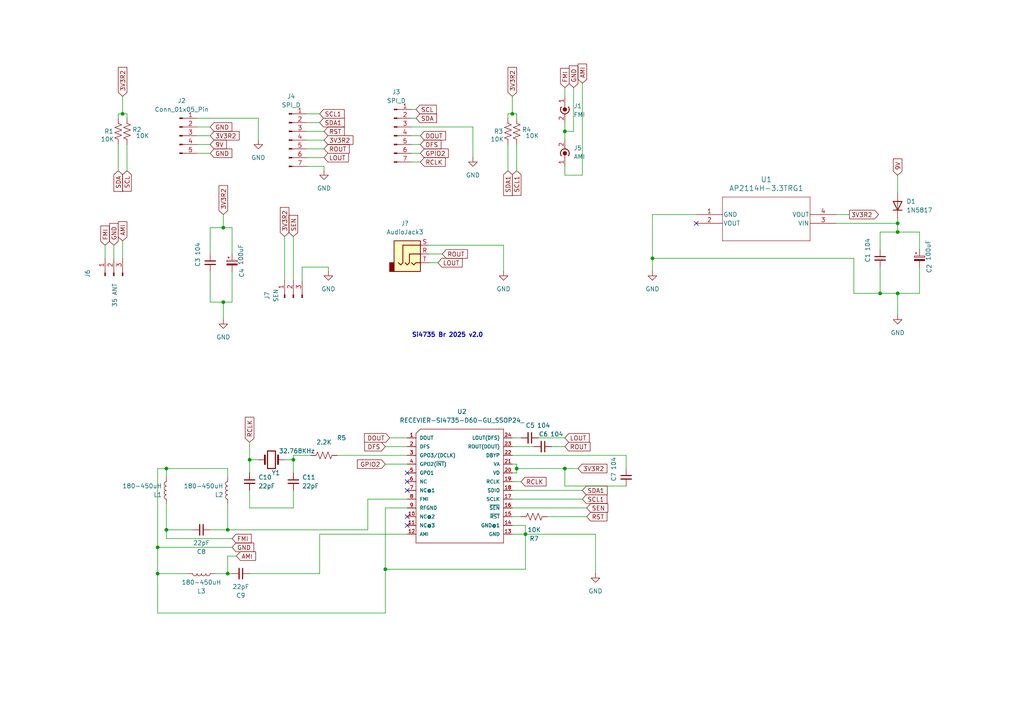
<source format=kicad_sch>
(kicad_sch
	(version 20231120)
	(generator "eeschema")
	(generator_version "8.0")
	(uuid "bf3ac16e-8429-4da5-a0dd-4b0af0bcea72")
	(paper "A4")
	(title_block
		(title "SI4735 I2C MOD")
		(date "2025-05-02")
		(rev "18 STG")
		(company "FAST ESS ")
		(comment 1 "lab test stg")
	)
	(lib_symbols
		(symbol "2025-04-27_05-17-48:AP2114H-3.3TRG1"
			(pin_names
				(offset 0.254)
			)
			(exclude_from_sim no)
			(in_bom yes)
			(on_board yes)
			(property "Reference" "U"
				(at 20.32 10.16 0)
				(effects
					(font
						(size 1.524 1.524)
					)
				)
			)
			(property "Value" "AP2114H-3.3TRG1"
				(at 20.32 7.62 0)
				(effects
					(font
						(size 1.524 1.524)
					)
				)
			)
			(property "Footprint" "SOT-223_DIO"
				(at 0 0 0)
				(effects
					(font
						(size 1.27 1.27)
						(italic yes)
					)
					(hide yes)
				)
			)
			(property "Datasheet" "AP2114H-3.3TRG1"
				(at 0 0 0)
				(effects
					(font
						(size 1.27 1.27)
						(italic yes)
					)
					(hide yes)
				)
			)
			(property "Description" ""
				(at 0 0 0)
				(effects
					(font
						(size 1.27 1.27)
					)
					(hide yes)
				)
			)
			(property "ki_locked" ""
				(at 0 0 0)
				(effects
					(font
						(size 1.27 1.27)
					)
				)
			)
			(property "ki_keywords" "AP2114H-3.3TRG1"
				(at 0 0 0)
				(effects
					(font
						(size 1.27 1.27)
					)
					(hide yes)
				)
			)
			(property "ki_fp_filters" "SOT-223_DIO SOT-223_DIO-M SOT-223_DIO-L"
				(at 0 0 0)
				(effects
					(font
						(size 1.27 1.27)
					)
					(hide yes)
				)
			)
			(symbol "AP2114H-3.3TRG1_0_1"
				(polyline
					(pts
						(xy 7.62 -7.62) (xy 33.02 -7.62)
					)
					(stroke
						(width 0.127)
						(type default)
					)
					(fill
						(type none)
					)
				)
				(polyline
					(pts
						(xy 7.62 5.08) (xy 7.62 -7.62)
					)
					(stroke
						(width 0.127)
						(type default)
					)
					(fill
						(type none)
					)
				)
				(polyline
					(pts
						(xy 33.02 -7.62) (xy 33.02 5.08)
					)
					(stroke
						(width 0.127)
						(type default)
					)
					(fill
						(type none)
					)
				)
				(polyline
					(pts
						(xy 33.02 5.08) (xy 7.62 5.08)
					)
					(stroke
						(width 0.127)
						(type default)
					)
					(fill
						(type none)
					)
				)
				(pin power_out line
					(at 0 0 0)
					(length 7.62)
					(name "GND"
						(effects
							(font
								(size 1.27 1.27)
							)
						)
					)
					(number "1"
						(effects
							(font
								(size 1.27 1.27)
							)
						)
					)
				)
				(pin output line
					(at 0 -2.54 0)
					(length 7.62)
					(name "VOUT"
						(effects
							(font
								(size 1.27 1.27)
							)
						)
					)
					(number "2"
						(effects
							(font
								(size 1.27 1.27)
							)
						)
					)
				)
				(pin input line
					(at 40.64 -2.54 180)
					(length 7.62)
					(name "VIN"
						(effects
							(font
								(size 1.27 1.27)
							)
						)
					)
					(number "3"
						(effects
							(font
								(size 1.27 1.27)
							)
						)
					)
				)
				(pin output line
					(at 40.64 0 180)
					(length 7.62)
					(name "VOUT"
						(effects
							(font
								(size 1.27 1.27)
							)
						)
					)
					(number "4"
						(effects
							(font
								(size 1.27 1.27)
							)
						)
					)
				)
			)
		)
		(symbol "Connector:Conn_01x03_Pin"
			(pin_names
				(offset 1.016) hide)
			(exclude_from_sim no)
			(in_bom yes)
			(on_board yes)
			(property "Reference" "J"
				(at 0 5.08 0)
				(effects
					(font
						(size 1.27 1.27)
					)
				)
			)
			(property "Value" "Conn_01x03_Pin"
				(at 0 -5.08 0)
				(effects
					(font
						(size 1.27 1.27)
					)
				)
			)
			(property "Footprint" ""
				(at 0 0 0)
				(effects
					(font
						(size 1.27 1.27)
					)
					(hide yes)
				)
			)
			(property "Datasheet" "~"
				(at 0 0 0)
				(effects
					(font
						(size 1.27 1.27)
					)
					(hide yes)
				)
			)
			(property "Description" "Generic connector, single row, 01x03, script generated"
				(at 0 0 0)
				(effects
					(font
						(size 1.27 1.27)
					)
					(hide yes)
				)
			)
			(property "ki_locked" ""
				(at 0 0 0)
				(effects
					(font
						(size 1.27 1.27)
					)
				)
			)
			(property "ki_keywords" "connector"
				(at 0 0 0)
				(effects
					(font
						(size 1.27 1.27)
					)
					(hide yes)
				)
			)
			(property "ki_fp_filters" "Connector*:*_1x??_*"
				(at 0 0 0)
				(effects
					(font
						(size 1.27 1.27)
					)
					(hide yes)
				)
			)
			(symbol "Conn_01x03_Pin_1_1"
				(polyline
					(pts
						(xy 1.27 -2.54) (xy 0.8636 -2.54)
					)
					(stroke
						(width 0.1524)
						(type default)
					)
					(fill
						(type none)
					)
				)
				(polyline
					(pts
						(xy 1.27 0) (xy 0.8636 0)
					)
					(stroke
						(width 0.1524)
						(type default)
					)
					(fill
						(type none)
					)
				)
				(polyline
					(pts
						(xy 1.27 2.54) (xy 0.8636 2.54)
					)
					(stroke
						(width 0.1524)
						(type default)
					)
					(fill
						(type none)
					)
				)
				(rectangle
					(start 0.8636 -2.413)
					(end 0 -2.667)
					(stroke
						(width 0.1524)
						(type default)
					)
					(fill
						(type outline)
					)
				)
				(rectangle
					(start 0.8636 0.127)
					(end 0 -0.127)
					(stroke
						(width 0.1524)
						(type default)
					)
					(fill
						(type outline)
					)
				)
				(rectangle
					(start 0.8636 2.667)
					(end 0 2.413)
					(stroke
						(width 0.1524)
						(type default)
					)
					(fill
						(type outline)
					)
				)
				(pin passive line
					(at 5.08 2.54 180)
					(length 3.81)
					(name "Pin_1"
						(effects
							(font
								(size 1.27 1.27)
							)
						)
					)
					(number "1"
						(effects
							(font
								(size 1.27 1.27)
							)
						)
					)
				)
				(pin passive line
					(at 5.08 0 180)
					(length 3.81)
					(name "Pin_2"
						(effects
							(font
								(size 1.27 1.27)
							)
						)
					)
					(number "2"
						(effects
							(font
								(size 1.27 1.27)
							)
						)
					)
				)
				(pin passive line
					(at 5.08 -2.54 180)
					(length 3.81)
					(name "Pin_3"
						(effects
							(font
								(size 1.27 1.27)
							)
						)
					)
					(number "3"
						(effects
							(font
								(size 1.27 1.27)
							)
						)
					)
				)
			)
		)
		(symbol "Connector:Conn_01x05_Pin"
			(pin_names
				(offset 1.016) hide)
			(exclude_from_sim no)
			(in_bom yes)
			(on_board yes)
			(property "Reference" "J"
				(at 0 7.62 0)
				(effects
					(font
						(size 1.27 1.27)
					)
				)
			)
			(property "Value" "Conn_01x05_Pin"
				(at 0 -7.62 0)
				(effects
					(font
						(size 1.27 1.27)
					)
				)
			)
			(property "Footprint" ""
				(at 0 0 0)
				(effects
					(font
						(size 1.27 1.27)
					)
					(hide yes)
				)
			)
			(property "Datasheet" "~"
				(at 0 0 0)
				(effects
					(font
						(size 1.27 1.27)
					)
					(hide yes)
				)
			)
			(property "Description" "Generic connector, single row, 01x05, script generated"
				(at 0 0 0)
				(effects
					(font
						(size 1.27 1.27)
					)
					(hide yes)
				)
			)
			(property "ki_locked" ""
				(at 0 0 0)
				(effects
					(font
						(size 1.27 1.27)
					)
				)
			)
			(property "ki_keywords" "connector"
				(at 0 0 0)
				(effects
					(font
						(size 1.27 1.27)
					)
					(hide yes)
				)
			)
			(property "ki_fp_filters" "Connector*:*_1x??_*"
				(at 0 0 0)
				(effects
					(font
						(size 1.27 1.27)
					)
					(hide yes)
				)
			)
			(symbol "Conn_01x05_Pin_1_1"
				(polyline
					(pts
						(xy 1.27 -5.08) (xy 0.8636 -5.08)
					)
					(stroke
						(width 0.1524)
						(type default)
					)
					(fill
						(type none)
					)
				)
				(polyline
					(pts
						(xy 1.27 -2.54) (xy 0.8636 -2.54)
					)
					(stroke
						(width 0.1524)
						(type default)
					)
					(fill
						(type none)
					)
				)
				(polyline
					(pts
						(xy 1.27 0) (xy 0.8636 0)
					)
					(stroke
						(width 0.1524)
						(type default)
					)
					(fill
						(type none)
					)
				)
				(polyline
					(pts
						(xy 1.27 2.54) (xy 0.8636 2.54)
					)
					(stroke
						(width 0.1524)
						(type default)
					)
					(fill
						(type none)
					)
				)
				(polyline
					(pts
						(xy 1.27 5.08) (xy 0.8636 5.08)
					)
					(stroke
						(width 0.1524)
						(type default)
					)
					(fill
						(type none)
					)
				)
				(rectangle
					(start 0.8636 -4.953)
					(end 0 -5.207)
					(stroke
						(width 0.1524)
						(type default)
					)
					(fill
						(type outline)
					)
				)
				(rectangle
					(start 0.8636 -2.413)
					(end 0 -2.667)
					(stroke
						(width 0.1524)
						(type default)
					)
					(fill
						(type outline)
					)
				)
				(rectangle
					(start 0.8636 0.127)
					(end 0 -0.127)
					(stroke
						(width 0.1524)
						(type default)
					)
					(fill
						(type outline)
					)
				)
				(rectangle
					(start 0.8636 2.667)
					(end 0 2.413)
					(stroke
						(width 0.1524)
						(type default)
					)
					(fill
						(type outline)
					)
				)
				(rectangle
					(start 0.8636 5.207)
					(end 0 4.953)
					(stroke
						(width 0.1524)
						(type default)
					)
					(fill
						(type outline)
					)
				)
				(pin passive line
					(at 5.08 5.08 180)
					(length 3.81)
					(name "Pin_1"
						(effects
							(font
								(size 1.27 1.27)
							)
						)
					)
					(number "1"
						(effects
							(font
								(size 1.27 1.27)
							)
						)
					)
				)
				(pin passive line
					(at 5.08 2.54 180)
					(length 3.81)
					(name "Pin_2"
						(effects
							(font
								(size 1.27 1.27)
							)
						)
					)
					(number "2"
						(effects
							(font
								(size 1.27 1.27)
							)
						)
					)
				)
				(pin passive line
					(at 5.08 0 180)
					(length 3.81)
					(name "Pin_3"
						(effects
							(font
								(size 1.27 1.27)
							)
						)
					)
					(number "3"
						(effects
							(font
								(size 1.27 1.27)
							)
						)
					)
				)
				(pin passive line
					(at 5.08 -2.54 180)
					(length 3.81)
					(name "Pin_4"
						(effects
							(font
								(size 1.27 1.27)
							)
						)
					)
					(number "4"
						(effects
							(font
								(size 1.27 1.27)
							)
						)
					)
				)
				(pin passive line
					(at 5.08 -5.08 180)
					(length 3.81)
					(name "Pin_5"
						(effects
							(font
								(size 1.27 1.27)
							)
						)
					)
					(number "5"
						(effects
							(font
								(size 1.27 1.27)
							)
						)
					)
				)
			)
		)
		(symbol "Connector:Conn_01x07_Pin"
			(pin_names
				(offset 1.016) hide)
			(exclude_from_sim no)
			(in_bom yes)
			(on_board yes)
			(property "Reference" "J"
				(at 0 10.16 0)
				(effects
					(font
						(size 1.27 1.27)
					)
				)
			)
			(property "Value" "Conn_01x07_Pin"
				(at 0 -10.16 0)
				(effects
					(font
						(size 1.27 1.27)
					)
				)
			)
			(property "Footprint" ""
				(at 0 0 0)
				(effects
					(font
						(size 1.27 1.27)
					)
					(hide yes)
				)
			)
			(property "Datasheet" "~"
				(at 0 0 0)
				(effects
					(font
						(size 1.27 1.27)
					)
					(hide yes)
				)
			)
			(property "Description" "Generic connector, single row, 01x07, script generated"
				(at 0 0 0)
				(effects
					(font
						(size 1.27 1.27)
					)
					(hide yes)
				)
			)
			(property "ki_locked" ""
				(at 0 0 0)
				(effects
					(font
						(size 1.27 1.27)
					)
				)
			)
			(property "ki_keywords" "connector"
				(at 0 0 0)
				(effects
					(font
						(size 1.27 1.27)
					)
					(hide yes)
				)
			)
			(property "ki_fp_filters" "Connector*:*_1x??_*"
				(at 0 0 0)
				(effects
					(font
						(size 1.27 1.27)
					)
					(hide yes)
				)
			)
			(symbol "Conn_01x07_Pin_1_1"
				(polyline
					(pts
						(xy 1.27 -7.62) (xy 0.8636 -7.62)
					)
					(stroke
						(width 0.1524)
						(type default)
					)
					(fill
						(type none)
					)
				)
				(polyline
					(pts
						(xy 1.27 -5.08) (xy 0.8636 -5.08)
					)
					(stroke
						(width 0.1524)
						(type default)
					)
					(fill
						(type none)
					)
				)
				(polyline
					(pts
						(xy 1.27 -2.54) (xy 0.8636 -2.54)
					)
					(stroke
						(width 0.1524)
						(type default)
					)
					(fill
						(type none)
					)
				)
				(polyline
					(pts
						(xy 1.27 0) (xy 0.8636 0)
					)
					(stroke
						(width 0.1524)
						(type default)
					)
					(fill
						(type none)
					)
				)
				(polyline
					(pts
						(xy 1.27 2.54) (xy 0.8636 2.54)
					)
					(stroke
						(width 0.1524)
						(type default)
					)
					(fill
						(type none)
					)
				)
				(polyline
					(pts
						(xy 1.27 5.08) (xy 0.8636 5.08)
					)
					(stroke
						(width 0.1524)
						(type default)
					)
					(fill
						(type none)
					)
				)
				(polyline
					(pts
						(xy 1.27 7.62) (xy 0.8636 7.62)
					)
					(stroke
						(width 0.1524)
						(type default)
					)
					(fill
						(type none)
					)
				)
				(rectangle
					(start 0.8636 -7.493)
					(end 0 -7.747)
					(stroke
						(width 0.1524)
						(type default)
					)
					(fill
						(type outline)
					)
				)
				(rectangle
					(start 0.8636 -4.953)
					(end 0 -5.207)
					(stroke
						(width 0.1524)
						(type default)
					)
					(fill
						(type outline)
					)
				)
				(rectangle
					(start 0.8636 -2.413)
					(end 0 -2.667)
					(stroke
						(width 0.1524)
						(type default)
					)
					(fill
						(type outline)
					)
				)
				(rectangle
					(start 0.8636 0.127)
					(end 0 -0.127)
					(stroke
						(width 0.1524)
						(type default)
					)
					(fill
						(type outline)
					)
				)
				(rectangle
					(start 0.8636 2.667)
					(end 0 2.413)
					(stroke
						(width 0.1524)
						(type default)
					)
					(fill
						(type outline)
					)
				)
				(rectangle
					(start 0.8636 5.207)
					(end 0 4.953)
					(stroke
						(width 0.1524)
						(type default)
					)
					(fill
						(type outline)
					)
				)
				(rectangle
					(start 0.8636 7.747)
					(end 0 7.493)
					(stroke
						(width 0.1524)
						(type default)
					)
					(fill
						(type outline)
					)
				)
				(pin passive line
					(at 5.08 7.62 180)
					(length 3.81)
					(name "Pin_1"
						(effects
							(font
								(size 1.27 1.27)
							)
						)
					)
					(number "1"
						(effects
							(font
								(size 1.27 1.27)
							)
						)
					)
				)
				(pin passive line
					(at 5.08 5.08 180)
					(length 3.81)
					(name "Pin_2"
						(effects
							(font
								(size 1.27 1.27)
							)
						)
					)
					(number "2"
						(effects
							(font
								(size 1.27 1.27)
							)
						)
					)
				)
				(pin passive line
					(at 5.08 2.54 180)
					(length 3.81)
					(name "Pin_3"
						(effects
							(font
								(size 1.27 1.27)
							)
						)
					)
					(number "3"
						(effects
							(font
								(size 1.27 1.27)
							)
						)
					)
				)
				(pin passive line
					(at 5.08 0 180)
					(length 3.81)
					(name "Pin_4"
						(effects
							(font
								(size 1.27 1.27)
							)
						)
					)
					(number "4"
						(effects
							(font
								(size 1.27 1.27)
							)
						)
					)
				)
				(pin passive line
					(at 5.08 -2.54 180)
					(length 3.81)
					(name "Pin_5"
						(effects
							(font
								(size 1.27 1.27)
							)
						)
					)
					(number "5"
						(effects
							(font
								(size 1.27 1.27)
							)
						)
					)
				)
				(pin passive line
					(at 5.08 -5.08 180)
					(length 3.81)
					(name "Pin_6"
						(effects
							(font
								(size 1.27 1.27)
							)
						)
					)
					(number "6"
						(effects
							(font
								(size 1.27 1.27)
							)
						)
					)
				)
				(pin passive line
					(at 5.08 -7.62 180)
					(length 3.81)
					(name "Pin_7"
						(effects
							(font
								(size 1.27 1.27)
							)
						)
					)
					(number "7"
						(effects
							(font
								(size 1.27 1.27)
							)
						)
					)
				)
			)
		)
		(symbol "Connector:Conn_Coaxial_Power"
			(pin_names
				(offset 1.016) hide)
			(exclude_from_sim no)
			(in_bom yes)
			(on_board yes)
			(property "Reference" "J"
				(at -5.08 -1.27 90)
				(effects
					(font
						(size 1.27 1.27)
					)
				)
			)
			(property "Value" "Conn_Coaxial_Power"
				(at -3.175 -1.27 90)
				(effects
					(font
						(size 1.27 1.27)
					)
				)
			)
			(property "Footprint" ""
				(at 0 -1.27 0)
				(effects
					(font
						(size 1.27 1.27)
					)
					(hide yes)
				)
			)
			(property "Datasheet" "~"
				(at 0 -1.27 0)
				(effects
					(font
						(size 1.27 1.27)
					)
					(hide yes)
				)
			)
			(property "Description" "coaxial connector (BNC, SMA, SMB, SMC, Cinch/RCA, LEMO, ...)"
				(at 0 0 0)
				(effects
					(font
						(size 1.27 1.27)
					)
					(hide yes)
				)
			)
			(property "ki_keywords" "BNC SMA SMB SMC LEMO coaxial connector CINCH RCA"
				(at 0 0 0)
				(effects
					(font
						(size 1.27 1.27)
					)
					(hide yes)
				)
			)
			(property "ki_fp_filters" "*BNC* *SMA* *SMB* *SMC* *Cinch* *LEMO*"
				(at 0 0 0)
				(effects
					(font
						(size 1.27 1.27)
					)
					(hide yes)
				)
			)
			(symbol "Conn_Coaxial_Power_0_1"
				(arc
					(start -1.27 -1.27)
					(mid 0 -2.5345)
					(end 1.27 -1.27)
					(stroke
						(width 0.254)
						(type default)
					)
					(fill
						(type none)
					)
				)
				(arc
					(start -1.016 -0.508)
					(mid -1.2048 -0.8684)
					(end -1.27 -1.27)
					(stroke
						(width 0.254)
						(type default)
					)
					(fill
						(type none)
					)
				)
				(circle
					(center 0 -1.27)
					(radius 0.508)
					(stroke
						(width 0.2032)
						(type default)
					)
					(fill
						(type outline)
					)
				)
				(polyline
					(pts
						(xy 0 -2.54) (xy 0 -3.048)
					)
					(stroke
						(width 0)
						(type default)
					)
					(fill
						(type none)
					)
				)
				(polyline
					(pts
						(xy 0 0) (xy 0 -1.27)
					)
					(stroke
						(width 0)
						(type default)
					)
					(fill
						(type none)
					)
				)
				(arc
					(start 1.27 -1.27)
					(mid 1.2048 -0.8684)
					(end 1.016 -0.508)
					(stroke
						(width 0.254)
						(type default)
					)
					(fill
						(type none)
					)
				)
			)
			(symbol "Conn_Coaxial_Power_1_1"
				(pin passive line
					(at 0 2.54 270)
					(length 2.54)
					(name "In"
						(effects
							(font
								(size 1.27 1.27)
							)
						)
					)
					(number "1"
						(effects
							(font
								(size 1.27 1.27)
							)
						)
					)
				)
				(pin passive line
					(at 0 -5.08 90)
					(length 2.54)
					(name "Ext"
						(effects
							(font
								(size 1.27 1.27)
							)
						)
					)
					(number "2"
						(effects
							(font
								(size 1.27 1.27)
							)
						)
					)
				)
			)
		)
		(symbol "Connector_Audio:AudioJack3"
			(exclude_from_sim no)
			(in_bom yes)
			(on_board yes)
			(property "Reference" "J"
				(at 0 8.89 0)
				(effects
					(font
						(size 1.27 1.27)
					)
				)
			)
			(property "Value" "AudioJack3"
				(at 0 6.35 0)
				(effects
					(font
						(size 1.27 1.27)
					)
				)
			)
			(property "Footprint" ""
				(at 0 0 0)
				(effects
					(font
						(size 1.27 1.27)
					)
					(hide yes)
				)
			)
			(property "Datasheet" "~"
				(at 0 0 0)
				(effects
					(font
						(size 1.27 1.27)
					)
					(hide yes)
				)
			)
			(property "Description" "Audio Jack, 3 Poles (Stereo / TRS)"
				(at 0 0 0)
				(effects
					(font
						(size 1.27 1.27)
					)
					(hide yes)
				)
			)
			(property "ki_keywords" "audio jack receptacle stereo headphones phones TRS connector"
				(at 0 0 0)
				(effects
					(font
						(size 1.27 1.27)
					)
					(hide yes)
				)
			)
			(property "ki_fp_filters" "Jack*"
				(at 0 0 0)
				(effects
					(font
						(size 1.27 1.27)
					)
					(hide yes)
				)
			)
			(symbol "AudioJack3_0_1"
				(rectangle
					(start -5.08 -5.08)
					(end -6.35 -2.54)
					(stroke
						(width 0.254)
						(type default)
					)
					(fill
						(type outline)
					)
				)
				(polyline
					(pts
						(xy 0 -2.54) (xy 0.635 -3.175) (xy 1.27 -2.54) (xy 2.54 -2.54)
					)
					(stroke
						(width 0.254)
						(type default)
					)
					(fill
						(type none)
					)
				)
				(polyline
					(pts
						(xy -1.905 -2.54) (xy -1.27 -3.175) (xy -0.635 -2.54) (xy -0.635 0) (xy 2.54 0)
					)
					(stroke
						(width 0.254)
						(type default)
					)
					(fill
						(type none)
					)
				)
				(polyline
					(pts
						(xy 2.54 2.54) (xy -2.54 2.54) (xy -2.54 -2.54) (xy -3.175 -3.175) (xy -3.81 -2.54)
					)
					(stroke
						(width 0.254)
						(type default)
					)
					(fill
						(type none)
					)
				)
				(rectangle
					(start 2.54 3.81)
					(end -5.08 -5.08)
					(stroke
						(width 0.254)
						(type default)
					)
					(fill
						(type background)
					)
				)
			)
			(symbol "AudioJack3_1_1"
				(pin passive line
					(at 5.08 0 180)
					(length 2.54)
					(name "~"
						(effects
							(font
								(size 1.27 1.27)
							)
						)
					)
					(number "R"
						(effects
							(font
								(size 1.27 1.27)
							)
						)
					)
				)
				(pin passive line
					(at 5.08 2.54 180)
					(length 2.54)
					(name "~"
						(effects
							(font
								(size 1.27 1.27)
							)
						)
					)
					(number "S"
						(effects
							(font
								(size 1.27 1.27)
							)
						)
					)
				)
				(pin passive line
					(at 5.08 -2.54 180)
					(length 2.54)
					(name "~"
						(effects
							(font
								(size 1.27 1.27)
							)
						)
					)
					(number "T"
						(effects
							(font
								(size 1.27 1.27)
							)
						)
					)
				)
			)
		)
		(symbol "Device:C_Polarized_Small"
			(pin_numbers hide)
			(pin_names
				(offset 0.254) hide)
			(exclude_from_sim no)
			(in_bom yes)
			(on_board yes)
			(property "Reference" "C"
				(at 0.254 1.778 0)
				(effects
					(font
						(size 1.27 1.27)
					)
					(justify left)
				)
			)
			(property "Value" "C_Polarized_Small"
				(at 0.254 -2.032 0)
				(effects
					(font
						(size 1.27 1.27)
					)
					(justify left)
				)
			)
			(property "Footprint" ""
				(at 0 0 0)
				(effects
					(font
						(size 1.27 1.27)
					)
					(hide yes)
				)
			)
			(property "Datasheet" "~"
				(at 0 0 0)
				(effects
					(font
						(size 1.27 1.27)
					)
					(hide yes)
				)
			)
			(property "Description" "Polarized capacitor, small symbol"
				(at 0 0 0)
				(effects
					(font
						(size 1.27 1.27)
					)
					(hide yes)
				)
			)
			(property "ki_keywords" "cap capacitor"
				(at 0 0 0)
				(effects
					(font
						(size 1.27 1.27)
					)
					(hide yes)
				)
			)
			(property "ki_fp_filters" "CP_*"
				(at 0 0 0)
				(effects
					(font
						(size 1.27 1.27)
					)
					(hide yes)
				)
			)
			(symbol "C_Polarized_Small_0_1"
				(rectangle
					(start -1.524 -0.3048)
					(end 1.524 -0.6858)
					(stroke
						(width 0)
						(type default)
					)
					(fill
						(type outline)
					)
				)
				(rectangle
					(start -1.524 0.6858)
					(end 1.524 0.3048)
					(stroke
						(width 0)
						(type default)
					)
					(fill
						(type none)
					)
				)
				(polyline
					(pts
						(xy -1.27 1.524) (xy -0.762 1.524)
					)
					(stroke
						(width 0)
						(type default)
					)
					(fill
						(type none)
					)
				)
				(polyline
					(pts
						(xy -1.016 1.27) (xy -1.016 1.778)
					)
					(stroke
						(width 0)
						(type default)
					)
					(fill
						(type none)
					)
				)
			)
			(symbol "C_Polarized_Small_1_1"
				(pin passive line
					(at 0 2.54 270)
					(length 1.8542)
					(name "~"
						(effects
							(font
								(size 1.27 1.27)
							)
						)
					)
					(number "1"
						(effects
							(font
								(size 1.27 1.27)
							)
						)
					)
				)
				(pin passive line
					(at 0 -2.54 90)
					(length 1.8542)
					(name "~"
						(effects
							(font
								(size 1.27 1.27)
							)
						)
					)
					(number "2"
						(effects
							(font
								(size 1.27 1.27)
							)
						)
					)
				)
			)
		)
		(symbol "Device:C_Small"
			(pin_numbers hide)
			(pin_names
				(offset 0.254) hide)
			(exclude_from_sim no)
			(in_bom yes)
			(on_board yes)
			(property "Reference" "C"
				(at 0.254 1.778 0)
				(effects
					(font
						(size 1.27 1.27)
					)
					(justify left)
				)
			)
			(property "Value" "C_Small"
				(at 0.254 -2.032 0)
				(effects
					(font
						(size 1.27 1.27)
					)
					(justify left)
				)
			)
			(property "Footprint" ""
				(at 0 0 0)
				(effects
					(font
						(size 1.27 1.27)
					)
					(hide yes)
				)
			)
			(property "Datasheet" "~"
				(at 0 0 0)
				(effects
					(font
						(size 1.27 1.27)
					)
					(hide yes)
				)
			)
			(property "Description" "Unpolarized capacitor, small symbol"
				(at 0 0 0)
				(effects
					(font
						(size 1.27 1.27)
					)
					(hide yes)
				)
			)
			(property "ki_keywords" "capacitor cap"
				(at 0 0 0)
				(effects
					(font
						(size 1.27 1.27)
					)
					(hide yes)
				)
			)
			(property "ki_fp_filters" "C_*"
				(at 0 0 0)
				(effects
					(font
						(size 1.27 1.27)
					)
					(hide yes)
				)
			)
			(symbol "C_Small_0_1"
				(polyline
					(pts
						(xy -1.524 -0.508) (xy 1.524 -0.508)
					)
					(stroke
						(width 0.3302)
						(type default)
					)
					(fill
						(type none)
					)
				)
				(polyline
					(pts
						(xy -1.524 0.508) (xy 1.524 0.508)
					)
					(stroke
						(width 0.3048)
						(type default)
					)
					(fill
						(type none)
					)
				)
			)
			(symbol "C_Small_1_1"
				(pin passive line
					(at 0 2.54 270)
					(length 2.032)
					(name "~"
						(effects
							(font
								(size 1.27 1.27)
							)
						)
					)
					(number "1"
						(effects
							(font
								(size 1.27 1.27)
							)
						)
					)
				)
				(pin passive line
					(at 0 -2.54 90)
					(length 2.032)
					(name "~"
						(effects
							(font
								(size 1.27 1.27)
							)
						)
					)
					(number "2"
						(effects
							(font
								(size 1.27 1.27)
							)
						)
					)
				)
			)
		)
		(symbol "Device:Crystal"
			(pin_numbers hide)
			(pin_names
				(offset 1.016) hide)
			(exclude_from_sim no)
			(in_bom yes)
			(on_board yes)
			(property "Reference" "Y"
				(at 0 3.81 0)
				(effects
					(font
						(size 1.27 1.27)
					)
				)
			)
			(property "Value" "Crystal"
				(at 0 -3.81 0)
				(effects
					(font
						(size 1.27 1.27)
					)
				)
			)
			(property "Footprint" ""
				(at 0 0 0)
				(effects
					(font
						(size 1.27 1.27)
					)
					(hide yes)
				)
			)
			(property "Datasheet" "~"
				(at 0 0 0)
				(effects
					(font
						(size 1.27 1.27)
					)
					(hide yes)
				)
			)
			(property "Description" "Two pin crystal"
				(at 0 0 0)
				(effects
					(font
						(size 1.27 1.27)
					)
					(hide yes)
				)
			)
			(property "ki_keywords" "quartz ceramic resonator oscillator"
				(at 0 0 0)
				(effects
					(font
						(size 1.27 1.27)
					)
					(hide yes)
				)
			)
			(property "ki_fp_filters" "Crystal*"
				(at 0 0 0)
				(effects
					(font
						(size 1.27 1.27)
					)
					(hide yes)
				)
			)
			(symbol "Crystal_0_1"
				(rectangle
					(start -1.143 2.54)
					(end 1.143 -2.54)
					(stroke
						(width 0.3048)
						(type default)
					)
					(fill
						(type none)
					)
				)
				(polyline
					(pts
						(xy -2.54 0) (xy -1.905 0)
					)
					(stroke
						(width 0)
						(type default)
					)
					(fill
						(type none)
					)
				)
				(polyline
					(pts
						(xy -1.905 -1.27) (xy -1.905 1.27)
					)
					(stroke
						(width 0.508)
						(type default)
					)
					(fill
						(type none)
					)
				)
				(polyline
					(pts
						(xy 1.905 -1.27) (xy 1.905 1.27)
					)
					(stroke
						(width 0.508)
						(type default)
					)
					(fill
						(type none)
					)
				)
				(polyline
					(pts
						(xy 2.54 0) (xy 1.905 0)
					)
					(stroke
						(width 0)
						(type default)
					)
					(fill
						(type none)
					)
				)
			)
			(symbol "Crystal_1_1"
				(pin passive line
					(at -3.81 0 0)
					(length 1.27)
					(name "1"
						(effects
							(font
								(size 1.27 1.27)
							)
						)
					)
					(number "1"
						(effects
							(font
								(size 1.27 1.27)
							)
						)
					)
				)
				(pin passive line
					(at 3.81 0 180)
					(length 1.27)
					(name "2"
						(effects
							(font
								(size 1.27 1.27)
							)
						)
					)
					(number "2"
						(effects
							(font
								(size 1.27 1.27)
							)
						)
					)
				)
			)
		)
		(symbol "Device:D"
			(pin_numbers hide)
			(pin_names
				(offset 1.016) hide)
			(exclude_from_sim no)
			(in_bom yes)
			(on_board yes)
			(property "Reference" "D"
				(at 0 2.54 0)
				(effects
					(font
						(size 1.27 1.27)
					)
				)
			)
			(property "Value" "D"
				(at 0 -2.54 0)
				(effects
					(font
						(size 1.27 1.27)
					)
				)
			)
			(property "Footprint" ""
				(at 0 0 0)
				(effects
					(font
						(size 1.27 1.27)
					)
					(hide yes)
				)
			)
			(property "Datasheet" "~"
				(at 0 0 0)
				(effects
					(font
						(size 1.27 1.27)
					)
					(hide yes)
				)
			)
			(property "Description" "Diode"
				(at 0 0 0)
				(effects
					(font
						(size 1.27 1.27)
					)
					(hide yes)
				)
			)
			(property "Sim.Device" "D"
				(at 0 0 0)
				(effects
					(font
						(size 1.27 1.27)
					)
					(hide yes)
				)
			)
			(property "Sim.Pins" "1=K 2=A"
				(at 0 0 0)
				(effects
					(font
						(size 1.27 1.27)
					)
					(hide yes)
				)
			)
			(property "ki_keywords" "diode"
				(at 0 0 0)
				(effects
					(font
						(size 1.27 1.27)
					)
					(hide yes)
				)
			)
			(property "ki_fp_filters" "TO-???* *_Diode_* *SingleDiode* D_*"
				(at 0 0 0)
				(effects
					(font
						(size 1.27 1.27)
					)
					(hide yes)
				)
			)
			(symbol "D_0_1"
				(polyline
					(pts
						(xy -1.27 1.27) (xy -1.27 -1.27)
					)
					(stroke
						(width 0.254)
						(type default)
					)
					(fill
						(type none)
					)
				)
				(polyline
					(pts
						(xy 1.27 0) (xy -1.27 0)
					)
					(stroke
						(width 0)
						(type default)
					)
					(fill
						(type none)
					)
				)
				(polyline
					(pts
						(xy 1.27 1.27) (xy 1.27 -1.27) (xy -1.27 0) (xy 1.27 1.27)
					)
					(stroke
						(width 0.254)
						(type default)
					)
					(fill
						(type none)
					)
				)
			)
			(symbol "D_1_1"
				(pin passive line
					(at -3.81 0 0)
					(length 2.54)
					(name "K"
						(effects
							(font
								(size 1.27 1.27)
							)
						)
					)
					(number "1"
						(effects
							(font
								(size 1.27 1.27)
							)
						)
					)
				)
				(pin passive line
					(at 3.81 0 180)
					(length 2.54)
					(name "A"
						(effects
							(font
								(size 1.27 1.27)
							)
						)
					)
					(number "2"
						(effects
							(font
								(size 1.27 1.27)
							)
						)
					)
				)
			)
		)
		(symbol "Device:L"
			(pin_numbers hide)
			(pin_names
				(offset 1.016) hide)
			(exclude_from_sim no)
			(in_bom yes)
			(on_board yes)
			(property "Reference" "L"
				(at -1.27 0 90)
				(effects
					(font
						(size 1.27 1.27)
					)
				)
			)
			(property "Value" "L"
				(at 1.905 0 90)
				(effects
					(font
						(size 1.27 1.27)
					)
				)
			)
			(property "Footprint" ""
				(at 0 0 0)
				(effects
					(font
						(size 1.27 1.27)
					)
					(hide yes)
				)
			)
			(property "Datasheet" "~"
				(at 0 0 0)
				(effects
					(font
						(size 1.27 1.27)
					)
					(hide yes)
				)
			)
			(property "Description" "Inductor"
				(at 0 0 0)
				(effects
					(font
						(size 1.27 1.27)
					)
					(hide yes)
				)
			)
			(property "ki_keywords" "inductor choke coil reactor magnetic"
				(at 0 0 0)
				(effects
					(font
						(size 1.27 1.27)
					)
					(hide yes)
				)
			)
			(property "ki_fp_filters" "Choke_* *Coil* Inductor_* L_*"
				(at 0 0 0)
				(effects
					(font
						(size 1.27 1.27)
					)
					(hide yes)
				)
			)
			(symbol "L_0_1"
				(arc
					(start 0 -2.54)
					(mid 0.6323 -1.905)
					(end 0 -1.27)
					(stroke
						(width 0)
						(type default)
					)
					(fill
						(type none)
					)
				)
				(arc
					(start 0 -1.27)
					(mid 0.6323 -0.635)
					(end 0 0)
					(stroke
						(width 0)
						(type default)
					)
					(fill
						(type none)
					)
				)
				(arc
					(start 0 0)
					(mid 0.6323 0.635)
					(end 0 1.27)
					(stroke
						(width 0)
						(type default)
					)
					(fill
						(type none)
					)
				)
				(arc
					(start 0 1.27)
					(mid 0.6323 1.905)
					(end 0 2.54)
					(stroke
						(width 0)
						(type default)
					)
					(fill
						(type none)
					)
				)
			)
			(symbol "L_1_1"
				(pin passive line
					(at 0 3.81 270)
					(length 1.27)
					(name "1"
						(effects
							(font
								(size 1.27 1.27)
							)
						)
					)
					(number "1"
						(effects
							(font
								(size 1.27 1.27)
							)
						)
					)
				)
				(pin passive line
					(at 0 -3.81 90)
					(length 1.27)
					(name "2"
						(effects
							(font
								(size 1.27 1.27)
							)
						)
					)
					(number "2"
						(effects
							(font
								(size 1.27 1.27)
							)
						)
					)
				)
			)
		)
		(symbol "Device:R_US"
			(pin_numbers hide)
			(pin_names
				(offset 0)
			)
			(exclude_from_sim no)
			(in_bom yes)
			(on_board yes)
			(property "Reference" "R"
				(at 2.54 0 90)
				(effects
					(font
						(size 1.27 1.27)
					)
				)
			)
			(property "Value" "R_US"
				(at -2.54 0 90)
				(effects
					(font
						(size 1.27 1.27)
					)
				)
			)
			(property "Footprint" ""
				(at 1.016 -0.254 90)
				(effects
					(font
						(size 1.27 1.27)
					)
					(hide yes)
				)
			)
			(property "Datasheet" "~"
				(at 0 0 0)
				(effects
					(font
						(size 1.27 1.27)
					)
					(hide yes)
				)
			)
			(property "Description" "Resistor, US symbol"
				(at 0 0 0)
				(effects
					(font
						(size 1.27 1.27)
					)
					(hide yes)
				)
			)
			(property "ki_keywords" "R res resistor"
				(at 0 0 0)
				(effects
					(font
						(size 1.27 1.27)
					)
					(hide yes)
				)
			)
			(property "ki_fp_filters" "R_*"
				(at 0 0 0)
				(effects
					(font
						(size 1.27 1.27)
					)
					(hide yes)
				)
			)
			(symbol "R_US_0_1"
				(polyline
					(pts
						(xy 0 -2.286) (xy 0 -2.54)
					)
					(stroke
						(width 0)
						(type default)
					)
					(fill
						(type none)
					)
				)
				(polyline
					(pts
						(xy 0 2.286) (xy 0 2.54)
					)
					(stroke
						(width 0)
						(type default)
					)
					(fill
						(type none)
					)
				)
				(polyline
					(pts
						(xy 0 -0.762) (xy 1.016 -1.143) (xy 0 -1.524) (xy -1.016 -1.905) (xy 0 -2.286)
					)
					(stroke
						(width 0)
						(type default)
					)
					(fill
						(type none)
					)
				)
				(polyline
					(pts
						(xy 0 0.762) (xy 1.016 0.381) (xy 0 0) (xy -1.016 -0.381) (xy 0 -0.762)
					)
					(stroke
						(width 0)
						(type default)
					)
					(fill
						(type none)
					)
				)
				(polyline
					(pts
						(xy 0 2.286) (xy 1.016 1.905) (xy 0 1.524) (xy -1.016 1.143) (xy 0 0.762)
					)
					(stroke
						(width 0)
						(type default)
					)
					(fill
						(type none)
					)
				)
			)
			(symbol "R_US_1_1"
				(pin passive line
					(at 0 3.81 270)
					(length 1.27)
					(name "~"
						(effects
							(font
								(size 1.27 1.27)
							)
						)
					)
					(number "1"
						(effects
							(font
								(size 1.27 1.27)
							)
						)
					)
				)
				(pin passive line
					(at 0 -3.81 90)
					(length 1.27)
					(name "~"
						(effects
							(font
								(size 1.27 1.27)
							)
						)
					)
					(number "2"
						(effects
							(font
								(size 1.27 1.27)
							)
						)
					)
				)
			)
		)
		(symbol "RECEVIER-SI4735-D60-GU_SSOP24_:RECEVIER-SI4735-D60-GU_SSOP24_"
			(pin_names
				(offset 1.016)
			)
			(exclude_from_sim no)
			(in_bom yes)
			(on_board yes)
			(property "Reference" "U"
				(at -6.3615 16.54 0)
				(effects
					(font
						(size 1.27 1.27)
					)
					(justify left bottom)
				)
			)
			(property "Value" "SI4735-D60-GU-SSOP24"
				(at 0 0 0)
				(effects
					(font
						(size 1.27 1.27)
					)
					(justify bottom)
					(hide yes)
				)
			)
			(property "Footprint" "RECEVIER-SI4735-D60-GU_SSOP24_:SSOP24-0.635-8.65X4MM"
				(at 0 0 0)
				(effects
					(font
						(size 1.27 1.27)
					)
					(justify bottom)
					(hide yes)
				)
			)
			(property "Datasheet" ""
				(at 0 0 0)
				(effects
					(font
						(size 1.27 1.27)
					)
					(hide yes)
				)
			)
			(property "Description" ""
				(at 0 0 0)
				(effects
					(font
						(size 1.27 1.27)
					)
					(hide yes)
				)
			)
			(property "MF" "Silicon Labs"
				(at 0 0 0)
				(effects
					(font
						(size 1.27 1.27)
					)
					(justify bottom)
					(hide yes)
				)
			)
			(property "Description_1" "\n                        \n                            - RF Receiver AM, FM, LW-SW, WB 153kHz ~ 279kHz, 520kHz ~ 1.71MHz, 2.3MHz ~ 26.1MHz, 64MHz ~ 108MHz   PCB, Surface Mount 24-SSOP\n                        \n"
				(at 0 0 0)
				(effects
					(font
						(size 1.27 1.27)
					)
					(justify bottom)
					(hide yes)
				)
			)
			(property "Package" "SSOP-24 Silicon Labs"
				(at 0 0 0)
				(effects
					(font
						(size 1.27 1.27)
					)
					(justify bottom)
					(hide yes)
				)
			)
			(property "MPN" "SI4735-D60-GU"
				(at 0 0 0)
				(effects
					(font
						(size 1.27 1.27)
					)
					(justify bottom)
					(hide yes)
				)
			)
			(property "Price" "None"
				(at 0 0 0)
				(effects
					(font
						(size 1.27 1.27)
					)
					(justify bottom)
					(hide yes)
				)
			)
			(property "SnapEDA_Link" "https://www.snapeda.com/parts/SI4735-D60-GU/Silicon+Labs/view-part/?ref=snap"
				(at 0 0 0)
				(effects
					(font
						(size 1.27 1.27)
					)
					(justify bottom)
					(hide yes)
				)
			)
			(property "MP" "SI4735-D60-GU"
				(at 0 0 0)
				(effects
					(font
						(size 1.27 1.27)
					)
					(justify bottom)
					(hide yes)
				)
			)
			(property "Availability" "Not in stock"
				(at 0 0 0)
				(effects
					(font
						(size 1.27 1.27)
					)
					(justify bottom)
					(hide yes)
				)
			)
			(property "Check_prices" "https://www.snapeda.com/parts/SI4735-D60-GU/Silicon+Labs/view-part/?ref=eda"
				(at 0 0 0)
				(effects
					(font
						(size 1.27 1.27)
					)
					(justify bottom)
					(hide yes)
				)
			)
			(symbol "RECEVIER-SI4735-D60-GU_SSOP24__0_0"
				(polyline
					(pts
						(xy -12.7 -17.78) (xy -12.7 13.97)
					)
					(stroke
						(width 0.1524)
						(type default)
					)
					(fill
						(type none)
					)
				)
				(polyline
					(pts
						(xy -12.7 13.97) (xy -11.43 15.24)
					)
					(stroke
						(width 0.1524)
						(type default)
					)
					(fill
						(type none)
					)
				)
				(polyline
					(pts
						(xy -11.43 15.24) (xy 12.7 15.24)
					)
					(stroke
						(width 0.1524)
						(type default)
					)
					(fill
						(type none)
					)
				)
				(polyline
					(pts
						(xy 12.7 -17.78) (xy -12.7 -17.78)
					)
					(stroke
						(width 0.1524)
						(type default)
					)
					(fill
						(type none)
					)
				)
				(polyline
					(pts
						(xy 12.7 -10.16) (xy 12.7 -17.78)
					)
					(stroke
						(width 0.1524)
						(type default)
					)
					(fill
						(type none)
					)
				)
				(polyline
					(pts
						(xy 12.7 15.24) (xy 12.7 -10.16)
					)
					(stroke
						(width 0.1524)
						(type default)
					)
					(fill
						(type none)
					)
				)
				(polyline
					(pts
						(xy 13.97 -10.16) (xy 12.7 -10.16)
					)
					(stroke
						(width 0.1524)
						(type default)
					)
					(fill
						(type none)
					)
				)
				(pin bidirectional line
					(at -15.24 12.7 0)
					(length 2.54)
					(name "DOUT"
						(effects
							(font
								(size 1.016 1.016)
							)
						)
					)
					(number "1"
						(effects
							(font
								(size 1.016 1.016)
							)
						)
					)
				)
				(pin bidirectional line
					(at -15.24 -10.16 0)
					(length 2.54)
					(name "NC@2"
						(effects
							(font
								(size 1.016 1.016)
							)
						)
					)
					(number "10"
						(effects
							(font
								(size 1.016 1.016)
							)
						)
					)
				)
				(pin bidirectional line
					(at -15.24 -12.7 0)
					(length 2.54)
					(name "NC@3"
						(effects
							(font
								(size 1.016 1.016)
							)
						)
					)
					(number "11"
						(effects
							(font
								(size 1.016 1.016)
							)
						)
					)
				)
				(pin bidirectional line
					(at -15.24 -15.24 0)
					(length 2.54)
					(name "AMI"
						(effects
							(font
								(size 1.016 1.016)
							)
						)
					)
					(number "12"
						(effects
							(font
								(size 1.016 1.016)
							)
						)
					)
				)
				(pin bidirectional line
					(at 15.24 -15.24 180)
					(length 2.54)
					(name "GND"
						(effects
							(font
								(size 1.016 1.016)
							)
						)
					)
					(number "13"
						(effects
							(font
								(size 1.016 1.016)
							)
						)
					)
				)
				(pin bidirectional line
					(at 15.24 -12.7 180)
					(length 2.54)
					(name "GND@1"
						(effects
							(font
								(size 1.016 1.016)
							)
						)
					)
					(number "14"
						(effects
							(font
								(size 1.016 1.016)
							)
						)
					)
				)
				(pin bidirectional line
					(at 15.24 -10.16 180)
					(length 2.54)
					(name "~{RST}"
						(effects
							(font
								(size 1.016 1.016)
							)
						)
					)
					(number "15"
						(effects
							(font
								(size 1.016 1.016)
							)
						)
					)
				)
				(pin bidirectional line
					(at 15.24 -7.62 180)
					(length 2.54)
					(name "~{SEN}"
						(effects
							(font
								(size 1.016 1.016)
							)
						)
					)
					(number "16"
						(effects
							(font
								(size 1.016 1.016)
							)
						)
					)
				)
				(pin bidirectional line
					(at 15.24 -5.08 180)
					(length 2.54)
					(name "SCLK"
						(effects
							(font
								(size 1.016 1.016)
							)
						)
					)
					(number "17"
						(effects
							(font
								(size 1.016 1.016)
							)
						)
					)
				)
				(pin bidirectional line
					(at 15.24 -2.54 180)
					(length 2.54)
					(name "SDIO"
						(effects
							(font
								(size 1.016 1.016)
							)
						)
					)
					(number "18"
						(effects
							(font
								(size 1.016 1.016)
							)
						)
					)
				)
				(pin bidirectional line
					(at 15.24 0 180)
					(length 2.54)
					(name "RCLK"
						(effects
							(font
								(size 1.016 1.016)
							)
						)
					)
					(number "19"
						(effects
							(font
								(size 1.016 1.016)
							)
						)
					)
				)
				(pin bidirectional line
					(at -15.24 10.16 0)
					(length 2.54)
					(name "DFS"
						(effects
							(font
								(size 1.016 1.016)
							)
						)
					)
					(number "2"
						(effects
							(font
								(size 1.016 1.016)
							)
						)
					)
				)
				(pin bidirectional line
					(at 15.24 2.54 180)
					(length 2.54)
					(name "VD"
						(effects
							(font
								(size 1.016 1.016)
							)
						)
					)
					(number "20"
						(effects
							(font
								(size 1.016 1.016)
							)
						)
					)
				)
				(pin bidirectional line
					(at 15.24 5.08 180)
					(length 2.54)
					(name "VA"
						(effects
							(font
								(size 1.016 1.016)
							)
						)
					)
					(number "21"
						(effects
							(font
								(size 1.016 1.016)
							)
						)
					)
				)
				(pin bidirectional line
					(at 15.24 7.62 180)
					(length 2.54)
					(name "DBYP"
						(effects
							(font
								(size 1.016 1.016)
							)
						)
					)
					(number "22"
						(effects
							(font
								(size 1.016 1.016)
							)
						)
					)
				)
				(pin bidirectional line
					(at 15.24 10.16 180)
					(length 2.54)
					(name "ROUT(DOUT)"
						(effects
							(font
								(size 1.016 1.016)
							)
						)
					)
					(number "23"
						(effects
							(font
								(size 1.016 1.016)
							)
						)
					)
				)
				(pin bidirectional line
					(at 15.24 12.7 180)
					(length 2.54)
					(name "LOUT(DFS)"
						(effects
							(font
								(size 1.016 1.016)
							)
						)
					)
					(number "24"
						(effects
							(font
								(size 1.016 1.016)
							)
						)
					)
				)
				(pin bidirectional line
					(at -15.24 7.62 0)
					(length 2.54)
					(name "GPO3/(DCLK)"
						(effects
							(font
								(size 1.016 1.016)
							)
						)
					)
					(number "3"
						(effects
							(font
								(size 1.016 1.016)
							)
						)
					)
				)
				(pin bidirectional line
					(at -15.24 5.08 0)
					(length 2.54)
					(name "GPO2(~{INT})"
						(effects
							(font
								(size 1.016 1.016)
							)
						)
					)
					(number "4"
						(effects
							(font
								(size 1.016 1.016)
							)
						)
					)
				)
				(pin bidirectional line
					(at -15.24 2.54 0)
					(length 2.54)
					(name "GPO1"
						(effects
							(font
								(size 1.016 1.016)
							)
						)
					)
					(number "5"
						(effects
							(font
								(size 1.016 1.016)
							)
						)
					)
				)
				(pin bidirectional line
					(at -15.24 0 0)
					(length 2.54)
					(name "NC"
						(effects
							(font
								(size 1.016 1.016)
							)
						)
					)
					(number "6"
						(effects
							(font
								(size 1.016 1.016)
							)
						)
					)
				)
				(pin bidirectional line
					(at -15.24 -2.54 0)
					(length 2.54)
					(name "NC@1"
						(effects
							(font
								(size 1.016 1.016)
							)
						)
					)
					(number "7"
						(effects
							(font
								(size 1.016 1.016)
							)
						)
					)
				)
				(pin bidirectional line
					(at -15.24 -5.08 0)
					(length 2.54)
					(name "FMI"
						(effects
							(font
								(size 1.016 1.016)
							)
						)
					)
					(number "8"
						(effects
							(font
								(size 1.016 1.016)
							)
						)
					)
				)
				(pin bidirectional line
					(at -15.24 -7.62 0)
					(length 2.54)
					(name "RFGND"
						(effects
							(font
								(size 1.016 1.016)
							)
						)
					)
					(number "9"
						(effects
							(font
								(size 1.016 1.016)
							)
						)
					)
				)
			)
		)
		(symbol "power:GND"
			(power)
			(pin_numbers hide)
			(pin_names
				(offset 0) hide)
			(exclude_from_sim no)
			(in_bom yes)
			(on_board yes)
			(property "Reference" "#PWR"
				(at 0 -6.35 0)
				(effects
					(font
						(size 1.27 1.27)
					)
					(hide yes)
				)
			)
			(property "Value" "GND"
				(at 0 -3.81 0)
				(effects
					(font
						(size 1.27 1.27)
					)
				)
			)
			(property "Footprint" ""
				(at 0 0 0)
				(effects
					(font
						(size 1.27 1.27)
					)
					(hide yes)
				)
			)
			(property "Datasheet" ""
				(at 0 0 0)
				(effects
					(font
						(size 1.27 1.27)
					)
					(hide yes)
				)
			)
			(property "Description" "Power symbol creates a global label with name \"GND\" , ground"
				(at 0 0 0)
				(effects
					(font
						(size 1.27 1.27)
					)
					(hide yes)
				)
			)
			(property "ki_keywords" "global power"
				(at 0 0 0)
				(effects
					(font
						(size 1.27 1.27)
					)
					(hide yes)
				)
			)
			(symbol "GND_0_1"
				(polyline
					(pts
						(xy 0 0) (xy 0 -1.27) (xy 1.27 -1.27) (xy 0 -2.54) (xy -1.27 -1.27) (xy 0 -1.27)
					)
					(stroke
						(width 0)
						(type default)
					)
					(fill
						(type none)
					)
				)
			)
			(symbol "GND_1_1"
				(pin power_in line
					(at 0 0 270)
					(length 0)
					(name "~"
						(effects
							(font
								(size 1.27 1.27)
							)
						)
					)
					(number "1"
						(effects
							(font
								(size 1.27 1.27)
							)
						)
					)
				)
			)
		)
	)
	(junction
		(at 111.76 165.1)
		(diameter 0)
		(color 0 0 0 0)
		(uuid "2b3cddf5-4fee-4906-884a-384684030362")
	)
	(junction
		(at 45.72 158.75)
		(diameter 0)
		(color 0 0 0 0)
		(uuid "2d5232f2-99e5-4853-8228-2b472e50c90a")
	)
	(junction
		(at 260.35 85.09)
		(diameter 0)
		(color 0 0 0 0)
		(uuid "34a3eae0-1ec9-4106-9df8-590515d5a5f1")
	)
	(junction
		(at 35.56 33.02)
		(diameter 0)
		(color 0 0 0 0)
		(uuid "35615e94-6390-4ac2-ac63-960395aedb1c")
	)
	(junction
		(at 148.59 33.02)
		(diameter 0)
		(color 0 0 0 0)
		(uuid "37b937bd-96a0-4df5-96c1-15ed08098be1")
	)
	(junction
		(at 152.4 154.94)
		(diameter 0)
		(color 0 0 0 0)
		(uuid "3c76eb9f-5e40-49f4-95f4-dac054e50245")
	)
	(junction
		(at 163.83 38.1)
		(diameter 0)
		(color 0 0 0 0)
		(uuid "429123ad-4a90-4a8a-b66b-26f6add031f0")
	)
	(junction
		(at 163.83 135.89)
		(diameter 0)
		(color 0 0 0 0)
		(uuid "5f01f8c5-0828-4bca-a54b-da3cd68eaf04")
	)
	(junction
		(at 85.09 133.35)
		(diameter 0)
		(color 0 0 0 0)
		(uuid "6fffd3e8-d560-4995-9661-804baff9d840")
	)
	(junction
		(at 45.72 166.37)
		(diameter 0)
		(color 0 0 0 0)
		(uuid "7919035c-8b79-4ef4-92fa-67289b290ffd")
	)
	(junction
		(at 64.77 87.63)
		(diameter 0)
		(color 0 0 0 0)
		(uuid "7ff7ad92-0438-4be0-8763-a19f29b39aba")
	)
	(junction
		(at 72.39 133.35)
		(diameter 0)
		(color 0 0 0 0)
		(uuid "8d5d48b5-9264-461d-a17e-58401f0ca5da")
	)
	(junction
		(at 48.26 153.67)
		(diameter 0)
		(color 0 0 0 0)
		(uuid "9fceed9a-7094-41e6-88d0-7a1d4073eda5")
	)
	(junction
		(at 189.23 74.93)
		(diameter 0)
		(color 0 0 0 0)
		(uuid "a9386f55-dfbd-4069-9fee-2b746dfdc549")
	)
	(junction
		(at 48.26 135.89)
		(diameter 0)
		(color 0 0 0 0)
		(uuid "aa93a4f6-6040-4909-a415-e4a1efb397cb")
	)
	(junction
		(at 260.35 67.31)
		(diameter 0)
		(color 0 0 0 0)
		(uuid "c0ecad8e-121b-4e2b-9094-cbe8763771a9")
	)
	(junction
		(at 260.35 64.77)
		(diameter 0)
		(color 0 0 0 0)
		(uuid "c1d03e07-d3be-4b63-88a6-2e1b6eb38fa1")
	)
	(junction
		(at 149.86 135.89)
		(diameter 0)
		(color 0 0 0 0)
		(uuid "c8ef5f47-9986-4556-b938-5d8d707342a7")
	)
	(junction
		(at 66.04 166.37)
		(diameter 0)
		(color 0 0 0 0)
		(uuid "d1c20245-6d35-423b-8c81-08974ac11c97")
	)
	(junction
		(at 64.77 66.04)
		(diameter 0)
		(color 0 0 0 0)
		(uuid "d6a28ba0-fc72-4d3f-b5a8-4d688ddb72a8")
	)
	(junction
		(at 255.27 85.09)
		(diameter 0)
		(color 0 0 0 0)
		(uuid "e34d8215-a434-43f0-8882-74834cf7e8c6")
	)
	(junction
		(at 66.04 153.67)
		(diameter 0)
		(color 0 0 0 0)
		(uuid "e6a57608-ce69-4ca4-90fa-aaf0b5dfc3c2")
	)
	(no_connect
		(at 118.11 149.86)
		(uuid "18bf3808-0c3f-44a4-afc4-683e42428f8c")
	)
	(no_connect
		(at 201.93 64.77)
		(uuid "1ea0c788-154d-4665-8a2b-b6eae09b6172")
	)
	(no_connect
		(at 118.11 142.24)
		(uuid "51e14523-e297-4c04-abb6-36c51ea249bb")
	)
	(no_connect
		(at 118.11 152.4)
		(uuid "65dde4b6-6295-4806-823f-cb1bc81c03e1")
	)
	(no_connect
		(at 118.11 137.16)
		(uuid "81eba9f2-4021-466a-ab13-66f3aabc9db2")
	)
	(no_connect
		(at 118.11 139.7)
		(uuid "a8e18724-2f0b-465a-8f72-f162d38f56ef")
	)
	(wire
		(pts
			(xy 147.32 41.91) (xy 147.32 49.53)
		)
		(stroke
			(width 0)
			(type default)
		)
		(uuid "022bc585-155f-4c24-99a5-eb8002ff791e")
	)
	(wire
		(pts
			(xy 74.93 133.35) (xy 72.39 133.35)
		)
		(stroke
			(width 0)
			(type default)
		)
		(uuid "04cd5555-026b-4484-820d-675f8d49734e")
	)
	(wire
		(pts
			(xy 266.7 85.09) (xy 260.35 85.09)
		)
		(stroke
			(width 0)
			(type default)
		)
		(uuid "0511ae68-667d-4f1d-bdf2-8fa4ddd1c8ee")
	)
	(wire
		(pts
			(xy 54.61 166.37) (xy 45.72 166.37)
		)
		(stroke
			(width 0)
			(type default)
		)
		(uuid "06f01dbd-5982-4c56-bef7-081af0387212")
	)
	(wire
		(pts
			(xy 88.9 38.1) (xy 93.98 38.1)
		)
		(stroke
			(width 0)
			(type default)
		)
		(uuid "0814be6e-0db1-4a3e-8a37-7c1ac33747c1")
	)
	(wire
		(pts
			(xy 85.09 147.32) (xy 85.09 142.24)
		)
		(stroke
			(width 0)
			(type default)
		)
		(uuid "08287419-6be6-4df9-bde1-fe3d8280b58b")
	)
	(wire
		(pts
			(xy 149.86 137.16) (xy 149.86 135.89)
		)
		(stroke
			(width 0)
			(type default)
		)
		(uuid "086d285b-7512-4068-b986-bb08eea4c0c3")
	)
	(wire
		(pts
			(xy 92.71 154.94) (xy 92.71 166.37)
		)
		(stroke
			(width 0)
			(type default)
		)
		(uuid "09cd5e6c-5cf0-452e-a223-973e97353410")
	)
	(wire
		(pts
			(xy 148.59 139.7) (xy 151.13 139.7)
		)
		(stroke
			(width 0)
			(type default)
		)
		(uuid "0af631e2-c8a8-473a-a832-08dd46cec276")
	)
	(wire
		(pts
			(xy 67.31 66.04) (xy 64.77 66.04)
		)
		(stroke
			(width 0)
			(type default)
		)
		(uuid "0b258fa4-e2cc-43e7-8dec-82dff0801c56")
	)
	(wire
		(pts
			(xy 35.56 33.02) (xy 36.83 33.02)
		)
		(stroke
			(width 0)
			(type default)
		)
		(uuid "0b536ae5-e551-4aff-9600-5eace85adfef")
	)
	(wire
		(pts
			(xy 156.21 127) (xy 163.83 127)
		)
		(stroke
			(width 0)
			(type default)
		)
		(uuid "0cc493ed-7fe8-4b36-a3b7-7b39aaa76b2b")
	)
	(wire
		(pts
			(xy 66.04 135.89) (xy 66.04 138.43)
		)
		(stroke
			(width 0)
			(type default)
		)
		(uuid "0d4ecbe9-19ca-4ced-851f-35a957f5124d")
	)
	(wire
		(pts
			(xy 148.59 152.4) (xy 152.4 152.4)
		)
		(stroke
			(width 0)
			(type default)
		)
		(uuid "0ed05410-98f3-48b9-b3bf-2d649692f769")
	)
	(wire
		(pts
			(xy 124.46 73.66) (xy 128.27 73.66)
		)
		(stroke
			(width 0)
			(type default)
		)
		(uuid "12f8ea4a-7690-41ed-abc8-fcc6f9918c08")
	)
	(wire
		(pts
			(xy 72.39 133.35) (xy 72.39 128.27)
		)
		(stroke
			(width 0)
			(type default)
		)
		(uuid "1696df5c-6375-4628-988b-6e0f14893a6b")
	)
	(wire
		(pts
			(xy 113.03 127) (xy 118.11 127)
		)
		(stroke
			(width 0)
			(type default)
		)
		(uuid "1720ca8a-1dda-4034-b25a-ce420e522207")
	)
	(wire
		(pts
			(xy 36.83 33.02) (xy 36.83 34.29)
		)
		(stroke
			(width 0)
			(type default)
		)
		(uuid "185dee0a-3722-4a5b-8a18-8315dd5e2893")
	)
	(wire
		(pts
			(xy 166.37 38.1) (xy 163.83 38.1)
		)
		(stroke
			(width 0)
			(type default)
		)
		(uuid "1b4590aa-8773-4109-ad93-3080a6f0b757")
	)
	(wire
		(pts
			(xy 85.09 133.35) (xy 85.09 137.16)
		)
		(stroke
			(width 0)
			(type default)
		)
		(uuid "1d5bcd96-c914-43a4-bf9c-9101c49c8097")
	)
	(wire
		(pts
			(xy 64.77 62.23) (xy 64.77 66.04)
		)
		(stroke
			(width 0)
			(type default)
		)
		(uuid "1fe80582-b593-476a-a034-8dcb4429a818")
	)
	(wire
		(pts
			(xy 163.83 38.1) (xy 163.83 40.64)
		)
		(stroke
			(width 0)
			(type default)
		)
		(uuid "1fecf3a3-1f11-4d7d-9d82-6494dfb53058")
	)
	(wire
		(pts
			(xy 111.76 165.1) (xy 152.4 165.1)
		)
		(stroke
			(width 0)
			(type default)
		)
		(uuid "21488c01-c4b4-4ff8-8641-e91a5bc9ef7e")
	)
	(wire
		(pts
			(xy 64.77 87.63) (xy 64.77 92.71)
		)
		(stroke
			(width 0)
			(type default)
		)
		(uuid "2520dc90-b1b7-483d-ba6c-23a2fc7a62ae")
	)
	(wire
		(pts
			(xy 163.83 135.89) (xy 167.64 135.89)
		)
		(stroke
			(width 0)
			(type default)
		)
		(uuid "259bf1e8-1b24-4c0c-be70-999a50fba96f")
	)
	(wire
		(pts
			(xy 148.59 129.54) (xy 154.94 129.54)
		)
		(stroke
			(width 0)
			(type default)
		)
		(uuid "26658a6c-f4bb-46d5-a041-6c7edd4c1af8")
	)
	(wire
		(pts
			(xy 66.04 166.37) (xy 62.23 166.37)
		)
		(stroke
			(width 0)
			(type default)
		)
		(uuid "26d70b61-26c3-4f04-ab67-2ea7026dcc1d")
	)
	(wire
		(pts
			(xy 82.55 133.35) (xy 85.09 133.35)
		)
		(stroke
			(width 0)
			(type default)
		)
		(uuid "2746b082-6afe-468a-a768-ed58f6094214")
	)
	(wire
		(pts
			(xy 148.59 142.24) (xy 168.91 142.24)
		)
		(stroke
			(width 0)
			(type default)
		)
		(uuid "2a5f0504-ee36-4a7c-bfb5-6170126575ce")
	)
	(wire
		(pts
			(xy 66.04 153.67) (xy 66.04 146.05)
		)
		(stroke
			(width 0)
			(type default)
		)
		(uuid "2b5f1445-98cf-48aa-b621-bf39553119ba")
	)
	(wire
		(pts
			(xy 260.35 85.09) (xy 255.27 85.09)
		)
		(stroke
			(width 0)
			(type default)
		)
		(uuid "2c2bdb64-2f3b-4aa6-b834-08fd644b6492")
	)
	(wire
		(pts
			(xy 146.05 71.12) (xy 146.05 78.74)
		)
		(stroke
			(width 0)
			(type default)
		)
		(uuid "3253ff05-de64-4041-ba9e-8bfbd9cead3a")
	)
	(wire
		(pts
			(xy 152.4 152.4) (xy 152.4 154.94)
		)
		(stroke
			(width 0)
			(type default)
		)
		(uuid "354aa2c7-0fe2-487f-b9dd-af8caa85c23b")
	)
	(wire
		(pts
			(xy 66.04 166.37) (xy 66.04 161.29)
		)
		(stroke
			(width 0)
			(type default)
		)
		(uuid "35592364-b130-4e70-84a0-c1de145ce76d")
	)
	(wire
		(pts
			(xy 57.15 39.37) (xy 60.96 39.37)
		)
		(stroke
			(width 0)
			(type default)
		)
		(uuid "358a318d-bce4-4fe4-b2e6-62e361eee62a")
	)
	(wire
		(pts
			(xy 93.98 48.26) (xy 93.98 49.53)
		)
		(stroke
			(width 0)
			(type default)
		)
		(uuid "3a07746c-a046-4e9e-8445-ae0a9f7d6009")
	)
	(wire
		(pts
			(xy 45.72 158.75) (xy 45.72 135.89)
		)
		(stroke
			(width 0)
			(type default)
		)
		(uuid "3a404747-a35d-444e-ad7f-e34a95da2c85")
	)
	(wire
		(pts
			(xy 66.04 153.67) (xy 60.96 153.67)
		)
		(stroke
			(width 0)
			(type default)
		)
		(uuid "3acc85d5-8246-420f-96ed-fc20da222244")
	)
	(wire
		(pts
			(xy 119.38 31.75) (xy 120.65 31.75)
		)
		(stroke
			(width 0)
			(type default)
		)
		(uuid "3b61098d-8802-4c99-8659-cd26d54306c5")
	)
	(wire
		(pts
			(xy 149.86 41.91) (xy 149.86 49.53)
		)
		(stroke
			(width 0)
			(type default)
		)
		(uuid "3df74eee-a3b0-485c-9340-3682ff656173")
	)
	(wire
		(pts
			(xy 111.76 134.62) (xy 118.11 134.62)
		)
		(stroke
			(width 0)
			(type default)
		)
		(uuid "40c8b0ee-a2b5-429d-a29d-9ca57690c6be")
	)
	(wire
		(pts
			(xy 148.59 144.78) (xy 168.91 144.78)
		)
		(stroke
			(width 0)
			(type default)
		)
		(uuid "4207614b-c259-4b7e-9a5f-bd15d65e37e9")
	)
	(wire
		(pts
			(xy 87.63 77.47) (xy 87.63 81.28)
		)
		(stroke
			(width 0)
			(type default)
		)
		(uuid "425868c3-6019-492d-83cc-8f0624bc7aea")
	)
	(wire
		(pts
			(xy 266.7 67.31) (xy 266.7 72.39)
		)
		(stroke
			(width 0)
			(type default)
		)
		(uuid "43b9b350-7a53-4512-8ab5-8f54a96410bd")
	)
	(wire
		(pts
			(xy 266.7 85.09) (xy 266.7 77.47)
		)
		(stroke
			(width 0)
			(type default)
		)
		(uuid "4622d25f-bba7-4798-8414-ca00cc2f1f47")
	)
	(wire
		(pts
			(xy 147.32 33.02) (xy 147.32 34.29)
		)
		(stroke
			(width 0)
			(type default)
		)
		(uuid "47f34363-beba-491e-bcd7-a77a99b12842")
	)
	(wire
		(pts
			(xy 189.23 74.93) (xy 189.23 78.74)
		)
		(stroke
			(width 0)
			(type default)
		)
		(uuid "4b6cbe43-5933-4dcc-ae88-1b6a692d0fba")
	)
	(wire
		(pts
			(xy 189.23 74.93) (xy 247.65 74.93)
		)
		(stroke
			(width 0)
			(type default)
		)
		(uuid "4befebbb-80ed-47f0-b388-6846c1780fa0")
	)
	(wire
		(pts
			(xy 137.16 36.83) (xy 119.38 36.83)
		)
		(stroke
			(width 0)
			(type default)
		)
		(uuid "4bf7db58-5294-4b41-a7ea-93bfb1b79bc3")
	)
	(wire
		(pts
			(xy 148.59 134.62) (xy 149.86 134.62)
		)
		(stroke
			(width 0)
			(type default)
		)
		(uuid "4f4fc660-ce8d-4ee3-9aa4-db6d6166f221")
	)
	(wire
		(pts
			(xy 168.91 24.13) (xy 168.91 50.8)
		)
		(stroke
			(width 0)
			(type default)
		)
		(uuid "53f4d7a8-dac9-41c6-bca6-b216c61d3c83")
	)
	(wire
		(pts
			(xy 137.16 45.72) (xy 137.16 36.83)
		)
		(stroke
			(width 0)
			(type default)
		)
		(uuid "5668d07a-7e80-46a8-b413-d520dd206d76")
	)
	(wire
		(pts
			(xy 97.79 132.08) (xy 118.11 132.08)
		)
		(stroke
			(width 0)
			(type default)
		)
		(uuid "57194137-6a3c-4e1e-8c6f-ca1ed00be795")
	)
	(wire
		(pts
			(xy 260.35 50.8) (xy 260.35 55.88)
		)
		(stroke
			(width 0)
			(type default)
		)
		(uuid "571b73f9-d1b4-40ea-ac64-af60f1b2330d")
	)
	(wire
		(pts
			(xy 149.86 135.89) (xy 163.83 135.89)
		)
		(stroke
			(width 0)
			(type default)
		)
		(uuid "5737b624-f8ea-4392-aa37-4c23c3cdec3f")
	)
	(wire
		(pts
			(xy 67.31 166.37) (xy 66.04 166.37)
		)
		(stroke
			(width 0)
			(type default)
		)
		(uuid "57f877d2-72de-4b4a-b719-3b182b348d77")
	)
	(wire
		(pts
			(xy 119.38 41.91) (xy 121.92 41.91)
		)
		(stroke
			(width 0)
			(type default)
		)
		(uuid "5ba73554-35f8-4b7a-926a-1bd984d93ef4")
	)
	(wire
		(pts
			(xy 48.26 138.43) (xy 48.26 135.89)
		)
		(stroke
			(width 0)
			(type default)
		)
		(uuid "5c83f1bf-b869-4737-8bff-053ee233e72e")
	)
	(wire
		(pts
			(xy 172.72 154.94) (xy 172.72 166.37)
		)
		(stroke
			(width 0)
			(type default)
		)
		(uuid "5cf506c2-e328-4d7e-9911-b7258e2ec5c1")
	)
	(wire
		(pts
			(xy 163.83 140.97) (xy 163.83 135.89)
		)
		(stroke
			(width 0)
			(type default)
		)
		(uuid "6028e8f1-9403-42cc-87bb-b54a832a08d7")
	)
	(wire
		(pts
			(xy 266.7 67.31) (xy 260.35 67.31)
		)
		(stroke
			(width 0)
			(type default)
		)
		(uuid "609dcbe2-ca1f-40d2-b2be-854fad59f513")
	)
	(wire
		(pts
			(xy 119.38 34.29) (xy 120.65 34.29)
		)
		(stroke
			(width 0)
			(type default)
		)
		(uuid "67acc194-3116-4aee-a5f0-0804aeb6d7f9")
	)
	(wire
		(pts
			(xy 119.38 46.99) (xy 121.92 46.99)
		)
		(stroke
			(width 0)
			(type default)
		)
		(uuid "6896ad4e-8d09-48f5-991b-b8e88493314b")
	)
	(wire
		(pts
			(xy 189.23 62.23) (xy 189.23 74.93)
		)
		(stroke
			(width 0)
			(type default)
		)
		(uuid "69f7f665-2eaa-4fe1-b7e7-174b8b4611d6")
	)
	(wire
		(pts
			(xy 72.39 147.32) (xy 85.09 147.32)
		)
		(stroke
			(width 0)
			(type default)
		)
		(uuid "6a02e9a6-8ae0-4a9b-ae30-1bea9283fd4f")
	)
	(wire
		(pts
			(xy 124.46 71.12) (xy 146.05 71.12)
		)
		(stroke
			(width 0)
			(type default)
		)
		(uuid "6a105207-dfe6-4ca2-8d5f-eef5d28a7dfd")
	)
	(wire
		(pts
			(xy 33.02 74.93) (xy 33.02 71.12)
		)
		(stroke
			(width 0)
			(type default)
		)
		(uuid "6b7b8933-7cb6-48b3-b351-042598a67fb4")
	)
	(wire
		(pts
			(xy 85.09 81.28) (xy 85.09 68.58)
		)
		(stroke
			(width 0)
			(type default)
		)
		(uuid "6bc948e9-326f-4cdd-914c-4a06f0a85ad5")
	)
	(wire
		(pts
			(xy 119.38 39.37) (xy 121.92 39.37)
		)
		(stroke
			(width 0)
			(type default)
		)
		(uuid "6cd1bb09-3d33-4081-b28c-cf4628ac26e7")
	)
	(wire
		(pts
			(xy 152.4 154.94) (xy 172.72 154.94)
		)
		(stroke
			(width 0)
			(type default)
		)
		(uuid "6ea0c75a-e211-4840-bd2a-999d57e93fb5")
	)
	(wire
		(pts
			(xy 163.83 35.56) (xy 163.83 38.1)
		)
		(stroke
			(width 0)
			(type default)
		)
		(uuid "6eb64a25-fd98-4fa3-aa3c-13435e526795")
	)
	(wire
		(pts
			(xy 260.35 67.31) (xy 255.27 67.31)
		)
		(stroke
			(width 0)
			(type default)
		)
		(uuid "71cf34c0-198f-4039-b18e-b2c9f2b05a8c")
	)
	(wire
		(pts
			(xy 255.27 72.39) (xy 255.27 67.31)
		)
		(stroke
			(width 0)
			(type default)
		)
		(uuid "73551310-b4e7-4262-b9a4-aff9d3f81b05")
	)
	(wire
		(pts
			(xy 88.9 48.26) (xy 93.98 48.26)
		)
		(stroke
			(width 0)
			(type default)
		)
		(uuid "75201856-a854-4692-a0e8-33d86476bffb")
	)
	(wire
		(pts
			(xy 55.88 153.67) (xy 48.26 153.67)
		)
		(stroke
			(width 0)
			(type default)
		)
		(uuid "7795b984-e008-4da0-8deb-beceff483b07")
	)
	(wire
		(pts
			(xy 57.15 44.45) (xy 60.96 44.45)
		)
		(stroke
			(width 0)
			(type default)
		)
		(uuid "78b378b2-5656-46b1-8402-75904fd4a5e9")
	)
	(wire
		(pts
			(xy 36.83 41.91) (xy 36.83 49.53)
		)
		(stroke
			(width 0)
			(type default)
		)
		(uuid "7a8730bc-9a8a-4d72-b20e-88b1f2a97736")
	)
	(wire
		(pts
			(xy 88.9 40.64) (xy 93.98 40.64)
		)
		(stroke
			(width 0)
			(type default)
		)
		(uuid "7abc239f-c5dc-426b-9b9b-27d32d412b2a")
	)
	(wire
		(pts
			(xy 255.27 77.47) (xy 255.27 85.09)
		)
		(stroke
			(width 0)
			(type default)
		)
		(uuid "7b23a039-c99b-41c0-8c3f-d8cba19934ab")
	)
	(wire
		(pts
			(xy 170.18 149.86) (xy 158.75 149.86)
		)
		(stroke
			(width 0)
			(type default)
		)
		(uuid "7dd15b91-75ec-4c69-a7fd-feab891cd032")
	)
	(wire
		(pts
			(xy 67.31 78.74) (xy 67.31 87.63)
		)
		(stroke
			(width 0)
			(type default)
		)
		(uuid "7eb6694f-123b-4f75-945c-7df5ba928715")
	)
	(wire
		(pts
			(xy 67.31 87.63) (xy 64.77 87.63)
		)
		(stroke
			(width 0)
			(type default)
		)
		(uuid "7f4de1fd-fedd-4e56-9c32-dba9661aa6f3")
	)
	(wire
		(pts
			(xy 111.76 177.8) (xy 45.72 177.8)
		)
		(stroke
			(width 0)
			(type default)
		)
		(uuid "80ac5da5-046b-4743-8f59-89d7366dce7a")
	)
	(wire
		(pts
			(xy 148.59 137.16) (xy 149.86 137.16)
		)
		(stroke
			(width 0)
			(type default)
		)
		(uuid "83d374f4-b415-417e-ab48-dd4c58fabc6b")
	)
	(wire
		(pts
			(xy 148.59 154.94) (xy 152.4 154.94)
		)
		(stroke
			(width 0)
			(type default)
		)
		(uuid "8777a7b4-5363-411b-bd11-bf28b0b925b0")
	)
	(wire
		(pts
			(xy 181.61 140.97) (xy 163.83 140.97)
		)
		(stroke
			(width 0)
			(type default)
		)
		(uuid "89b063db-191c-43c2-971f-1d3ac1ea6134")
	)
	(wire
		(pts
			(xy 85.09 132.08) (xy 90.17 132.08)
		)
		(stroke
			(width 0)
			(type default)
		)
		(uuid "8e5e4b6b-331e-4ba7-868c-87c533dd713b")
	)
	(wire
		(pts
			(xy 242.57 62.23) (xy 246.38 62.23)
		)
		(stroke
			(width 0)
			(type default)
		)
		(uuid "8eca6d61-3cd3-4c21-8bf7-ae23d42411ec")
	)
	(wire
		(pts
			(xy 64.77 66.04) (xy 60.96 66.04)
		)
		(stroke
			(width 0)
			(type default)
		)
		(uuid "8f1e2160-2327-43af-9b6e-19ef12b14d1d")
	)
	(wire
		(pts
			(xy 45.72 135.89) (xy 48.26 135.89)
		)
		(stroke
			(width 0)
			(type default)
		)
		(uuid "90d00494-d0c5-494e-9298-cb6b1cc2ff14")
	)
	(wire
		(pts
			(xy 35.56 33.02) (xy 34.29 33.02)
		)
		(stroke
			(width 0)
			(type default)
		)
		(uuid "9166a725-6303-4f53-b60b-a8e487eb88c9")
	)
	(wire
		(pts
			(xy 247.65 74.93) (xy 247.65 85.09)
		)
		(stroke
			(width 0)
			(type default)
		)
		(uuid "942a62cd-8576-4911-96b0-fb5de2d503ea")
	)
	(wire
		(pts
			(xy 260.35 85.09) (xy 260.35 91.44)
		)
		(stroke
			(width 0)
			(type default)
		)
		(uuid "95ef9d2e-c619-48be-850d-7eddfc7995b5")
	)
	(wire
		(pts
			(xy 247.65 85.09) (xy 255.27 85.09)
		)
		(stroke
			(width 0)
			(type default)
		)
		(uuid "968527ca-1747-4615-aa0b-42f2dc55d513")
	)
	(wire
		(pts
			(xy 82.55 81.28) (xy 82.55 68.58)
		)
		(stroke
			(width 0)
			(type default)
		)
		(uuid "976688c9-d005-4173-be4f-f0af349a495c")
	)
	(wire
		(pts
			(xy 57.15 34.29) (xy 74.93 34.29)
		)
		(stroke
			(width 0)
			(type default)
		)
		(uuid "9a8bb5bd-be25-46e5-ab1e-9c05a7414f44")
	)
	(wire
		(pts
			(xy 148.59 147.32) (xy 170.18 147.32)
		)
		(stroke
			(width 0)
			(type default)
		)
		(uuid "9cdb827a-43b1-4fa8-89b1-8ee61069e7b6")
	)
	(wire
		(pts
			(xy 48.26 156.21) (xy 48.26 153.67)
		)
		(stroke
			(width 0)
			(type default)
		)
		(uuid "a1f4e78a-639f-4ad5-8633-51a01ca8a62a")
	)
	(wire
		(pts
			(xy 148.59 127) (xy 151.13 127)
		)
		(stroke
			(width 0)
			(type default)
		)
		(uuid "a29a356c-b12b-4538-b6f2-1b64b2e5cda5")
	)
	(wire
		(pts
			(xy 118.11 154.94) (xy 92.71 154.94)
		)
		(stroke
			(width 0)
			(type default)
		)
		(uuid "a2b489fb-7cdb-4f4c-b440-412fb8a96f47")
	)
	(wire
		(pts
			(xy 45.72 177.8) (xy 45.72 166.37)
		)
		(stroke
			(width 0)
			(type default)
		)
		(uuid "a44940e7-da6e-4edd-a384-a200aa112003")
	)
	(wire
		(pts
			(xy 166.37 25.4) (xy 166.37 38.1)
		)
		(stroke
			(width 0)
			(type default)
		)
		(uuid "a4eb1162-8193-4f9e-8293-ee1fd071745b")
	)
	(wire
		(pts
			(xy 85.09 132.08) (xy 85.09 133.35)
		)
		(stroke
			(width 0)
			(type default)
		)
		(uuid "a531b59a-7b64-43b8-8530-4b8fb63a76ef")
	)
	(wire
		(pts
			(xy 95.25 78.74) (xy 95.25 77.47)
		)
		(stroke
			(width 0)
			(type default)
		)
		(uuid "a764b907-239d-4edc-8866-30d8ba674d01")
	)
	(wire
		(pts
			(xy 242.57 64.77) (xy 260.35 64.77)
		)
		(stroke
			(width 0)
			(type default)
		)
		(uuid "b07d84c7-2ca2-4c8e-bc69-3635a7d894da")
	)
	(wire
		(pts
			(xy 74.93 34.29) (xy 74.93 40.64)
		)
		(stroke
			(width 0)
			(type default)
		)
		(uuid "b66e552f-b9e5-4cef-8637-aadfd83886cc")
	)
	(wire
		(pts
			(xy 88.9 35.56) (xy 92.71 35.56)
		)
		(stroke
			(width 0)
			(type default)
		)
		(uuid "b9d832d9-2746-42c8-b0ac-6bc9e60d3717")
	)
	(wire
		(pts
			(xy 148.59 33.02) (xy 147.32 33.02)
		)
		(stroke
			(width 0)
			(type default)
		)
		(uuid "bb8e8a71-805c-48f7-9e55-4a0e48d0a363")
	)
	(wire
		(pts
			(xy 111.76 129.54) (xy 118.11 129.54)
		)
		(stroke
			(width 0)
			(type default)
		)
		(uuid "bddc0c4b-6e20-424e-ae62-d9f31482c54e")
	)
	(wire
		(pts
			(xy 34.29 41.91) (xy 34.29 49.53)
		)
		(stroke
			(width 0)
			(type default)
		)
		(uuid "c2568385-68e6-461a-af8d-460e167e0b15")
	)
	(wire
		(pts
			(xy 181.61 135.89) (xy 181.61 132.08)
		)
		(stroke
			(width 0)
			(type default)
		)
		(uuid "c2f97e62-5bf7-43fd-a34a-61811c6c9abf")
	)
	(wire
		(pts
			(xy 60.96 78.74) (xy 60.96 87.63)
		)
		(stroke
			(width 0)
			(type default)
		)
		(uuid "c4e2abfd-052c-4c36-80c4-2acc1c4e896d")
	)
	(wire
		(pts
			(xy 119.38 44.45) (xy 121.92 44.45)
		)
		(stroke
			(width 0)
			(type default)
		)
		(uuid "c75bb684-c422-457d-8726-b9246e322d7a")
	)
	(wire
		(pts
			(xy 163.83 50.8) (xy 163.83 48.26)
		)
		(stroke
			(width 0)
			(type default)
		)
		(uuid "c81ab3dc-898f-410f-8816-85c2bcf07f3c")
	)
	(wire
		(pts
			(xy 148.59 149.86) (xy 151.13 149.86)
		)
		(stroke
			(width 0)
			(type default)
		)
		(uuid "c8337bba-28da-47ac-856c-f003bca6ee2f")
	)
	(wire
		(pts
			(xy 111.76 147.32) (xy 111.76 165.1)
		)
		(stroke
			(width 0)
			(type default)
		)
		(uuid "c8816bae-cd42-4def-97bf-c6811e5592a3")
	)
	(wire
		(pts
			(xy 88.9 45.72) (xy 93.98 45.72)
		)
		(stroke
			(width 0)
			(type default)
		)
		(uuid "c8f508e1-0c37-4b76-b510-eb4b60515efb")
	)
	(wire
		(pts
			(xy 60.96 66.04) (xy 60.96 73.66)
		)
		(stroke
			(width 0)
			(type default)
		)
		(uuid "cb018029-70a8-4f9b-b3f2-a77ee42739d0")
	)
	(wire
		(pts
			(xy 68.58 161.29) (xy 66.04 161.29)
		)
		(stroke
			(width 0)
			(type default)
		)
		(uuid "cc15da04-0dd6-4327-9e8f-e4dae9c68a8a")
	)
	(wire
		(pts
			(xy 57.15 36.83) (xy 60.96 36.83)
		)
		(stroke
			(width 0)
			(type default)
		)
		(uuid "cf8b2551-43d7-4083-a450-de2d4dd8ca3d")
	)
	(wire
		(pts
			(xy 67.31 158.75) (xy 45.72 158.75)
		)
		(stroke
			(width 0)
			(type default)
		)
		(uuid "d028e08e-dee5-414e-a5d4-65ca20ce813e")
	)
	(wire
		(pts
			(xy 72.39 142.24) (xy 72.39 147.32)
		)
		(stroke
			(width 0)
			(type default)
		)
		(uuid "d03dbd3b-819a-4d65-8b32-2879fb79e652")
	)
	(wire
		(pts
			(xy 66.04 153.67) (xy 106.68 153.67)
		)
		(stroke
			(width 0)
			(type default)
		)
		(uuid "d2825bfc-5fbe-4ca8-85bf-84e807a37d79")
	)
	(wire
		(pts
			(xy 45.72 166.37) (xy 45.72 158.75)
		)
		(stroke
			(width 0)
			(type default)
		)
		(uuid "d34ad593-bef0-493d-bcb2-b624131be6eb")
	)
	(wire
		(pts
			(xy 30.48 74.93) (xy 30.48 71.12)
		)
		(stroke
			(width 0)
			(type default)
		)
		(uuid "d49f8339-55df-449c-9822-d787d8219704")
	)
	(wire
		(pts
			(xy 152.4 165.1) (xy 152.4 154.94)
		)
		(stroke
			(width 0)
			(type default)
		)
		(uuid "d4dee781-ca85-425a-b18a-a2cbc1d96a00")
	)
	(wire
		(pts
			(xy 48.26 135.89) (xy 66.04 135.89)
		)
		(stroke
			(width 0)
			(type default)
		)
		(uuid "da0daa00-44c6-4a79-ad1d-7a2981292420")
	)
	(wire
		(pts
			(xy 260.35 64.77) (xy 260.35 67.31)
		)
		(stroke
			(width 0)
			(type default)
		)
		(uuid "da84a478-1cb5-4077-bd44-b2b16b5fbac6")
	)
	(wire
		(pts
			(xy 124.46 76.2) (xy 127 76.2)
		)
		(stroke
			(width 0)
			(type default)
		)
		(uuid "dce901a2-3c96-4e11-9079-e23fba11b2f5")
	)
	(wire
		(pts
			(xy 72.39 133.35) (xy 72.39 137.16)
		)
		(stroke
			(width 0)
			(type default)
		)
		(uuid "dd97dd3a-7023-44df-ad28-ca91c591b57f")
	)
	(wire
		(pts
			(xy 149.86 33.02) (xy 149.86 34.29)
		)
		(stroke
			(width 0)
			(type default)
		)
		(uuid "de1106b5-322a-4618-a7c8-d66c0c39abfe")
	)
	(wire
		(pts
			(xy 260.35 63.5) (xy 260.35 64.77)
		)
		(stroke
			(width 0)
			(type default)
		)
		(uuid "dee5a18d-f903-49b6-8e5c-02c336aa1132")
	)
	(wire
		(pts
			(xy 35.56 27.94) (xy 35.56 33.02)
		)
		(stroke
			(width 0)
			(type default)
		)
		(uuid "dff5cb51-fe2d-4dfa-92c4-d928fabd58db")
	)
	(wire
		(pts
			(xy 118.11 147.32) (xy 111.76 147.32)
		)
		(stroke
			(width 0)
			(type default)
		)
		(uuid "e053153b-5512-4b3f-8cd4-a935ab56bb88")
	)
	(wire
		(pts
			(xy 163.83 25.4) (xy 163.83 27.94)
		)
		(stroke
			(width 0)
			(type default)
		)
		(uuid "e2558f7c-80b8-4810-adfa-98d9f2c54ed3")
	)
	(wire
		(pts
			(xy 201.93 62.23) (xy 189.23 62.23)
		)
		(stroke
			(width 0)
			(type default)
		)
		(uuid "e265226b-5175-4def-857c-29e22592d25b")
	)
	(wire
		(pts
			(xy 149.86 135.89) (xy 149.86 134.62)
		)
		(stroke
			(width 0)
			(type default)
		)
		(uuid "e3087821-5e75-489b-8cc4-2b47a299626c")
	)
	(wire
		(pts
			(xy 48.26 153.67) (xy 48.26 146.05)
		)
		(stroke
			(width 0)
			(type default)
		)
		(uuid "e40c90ac-d07b-4098-9844-c7be89fba3e4")
	)
	(wire
		(pts
			(xy 181.61 132.08) (xy 148.59 132.08)
		)
		(stroke
			(width 0)
			(type default)
		)
		(uuid "e4e20f9e-407c-46c7-9422-869d60a08dfc")
	)
	(wire
		(pts
			(xy 95.25 77.47) (xy 87.63 77.47)
		)
		(stroke
			(width 0)
			(type default)
		)
		(uuid "e611eb76-1035-40e9-b241-5098f87f5ca3")
	)
	(wire
		(pts
			(xy 57.15 41.91) (xy 60.96 41.91)
		)
		(stroke
			(width 0)
			(type default)
		)
		(uuid "e8f6a0b1-86d1-4e40-8575-55d843ad20b9")
	)
	(wire
		(pts
			(xy 88.9 33.02) (xy 92.71 33.02)
		)
		(stroke
			(width 0)
			(type default)
		)
		(uuid "eb8f1540-4e47-45ef-8a0e-544bbbc76675")
	)
	(wire
		(pts
			(xy 106.68 153.67) (xy 106.68 144.78)
		)
		(stroke
			(width 0)
			(type default)
		)
		(uuid "ebabb962-d134-47cc-a633-18f3c0e55c11")
	)
	(wire
		(pts
			(xy 64.77 87.63) (xy 60.96 87.63)
		)
		(stroke
			(width 0)
			(type default)
		)
		(uuid "ebb3f972-330f-4feb-9756-58c86ae0af7c")
	)
	(wire
		(pts
			(xy 106.68 144.78) (xy 118.11 144.78)
		)
		(stroke
			(width 0)
			(type default)
		)
		(uuid "ec12a545-146f-4ef6-a6ce-6559503dd833")
	)
	(wire
		(pts
			(xy 35.56 74.93) (xy 35.56 69.85)
		)
		(stroke
			(width 0)
			(type default)
		)
		(uuid "f3f32f55-4b3b-4c4f-9247-5adff0ef2108")
	)
	(wire
		(pts
			(xy 111.76 165.1) (xy 111.76 177.8)
		)
		(stroke
			(width 0)
			(type default)
		)
		(uuid "f62488ab-b787-48ee-bdf5-9d6d2e726841")
	)
	(wire
		(pts
			(xy 148.59 27.94) (xy 148.59 33.02)
		)
		(stroke
			(width 0)
			(type default)
		)
		(uuid "f8a8cdef-17b8-45f2-bdaf-f463419ef241")
	)
	(wire
		(pts
			(xy 67.31 156.21) (xy 48.26 156.21)
		)
		(stroke
			(width 0)
			(type default)
		)
		(uuid "f9abc954-cd88-4d8d-87ac-25e4220f61a5")
	)
	(wire
		(pts
			(xy 168.91 50.8) (xy 163.83 50.8)
		)
		(stroke
			(width 0)
			(type default)
		)
		(uuid "fb16142d-c78c-4412-aa6e-096ec01f8a16")
	)
	(wire
		(pts
			(xy 88.9 43.18) (xy 93.98 43.18)
		)
		(stroke
			(width 0)
			(type default)
		)
		(uuid "fb4364d5-e2f5-4146-b851-d93dd66101f0")
	)
	(wire
		(pts
			(xy 72.39 166.37) (xy 92.71 166.37)
		)
		(stroke
			(width 0)
			(type default)
		)
		(uuid "fbd7bad0-f127-408d-9c4d-d92940a8e0c9")
	)
	(wire
		(pts
			(xy 67.31 73.66) (xy 67.31 66.04)
		)
		(stroke
			(width 0)
			(type default)
		)
		(uuid "fe7474ed-98c3-4f3b-a80f-d6d9c2828c55")
	)
	(wire
		(pts
			(xy 34.29 33.02) (xy 34.29 34.29)
		)
		(stroke
			(width 0)
			(type default)
		)
		(uuid "ff262ddb-54bd-4daa-9855-716cfad7bc40")
	)
	(wire
		(pts
			(xy 160.02 129.54) (xy 163.83 129.54)
		)
		(stroke
			(width 0)
			(type default)
		)
		(uuid "ff75c696-76e0-4699-ac94-7930d6b63437")
	)
	(wire
		(pts
			(xy 148.59 33.02) (xy 149.86 33.02)
		)
		(stroke
			(width 0)
			(type default)
		)
		(uuid "ffe21370-5542-4782-8e32-9b6b395bb49b")
	)
	(text "Si4735 Br 2025 v2.0"
		(exclude_from_sim no)
		(at 129.794 97.282 0)
		(effects
			(font
				(size 1.27 1.27)
				(thickness 0.254)
				(bold yes)
			)
		)
		(uuid "7c6f4d19-52b5-4bf0-ba12-56766725c9ff")
	)
	(global_label "RST"
		(shape input)
		(at 93.98 38.1 0)
		(fields_autoplaced yes)
		(effects
			(font
				(size 1.27 1.27)
			)
			(justify left)
		)
		(uuid "06325da6-158a-4cf8-83de-21aab434d63f")
		(property "Intersheetrefs" "${INTERSHEET_REFS}"
			(at 100.4123 38.1 0)
			(effects
				(font
					(size 1.27 1.27)
				)
				(justify left)
				(hide yes)
			)
		)
	)
	(global_label "SDA1"
		(shape input)
		(at 147.32 49.53 270)
		(fields_autoplaced yes)
		(effects
			(font
				(size 1.27 1.27)
			)
			(justify right)
		)
		(uuid "078a0b13-8d89-407d-8a25-b474416327f1")
		(property "Intersheetrefs" "${INTERSHEET_REFS}"
			(at 147.32 57.2928 90)
			(effects
				(font
					(size 1.27 1.27)
				)
				(justify right)
				(hide yes)
			)
		)
	)
	(global_label "3V3R2"
		(shape input)
		(at 64.77 62.23 90)
		(fields_autoplaced yes)
		(effects
			(font
				(size 1.27 1.27)
			)
			(justify left)
		)
		(uuid "0a3a4588-be99-4d47-aff8-1592e221c190")
		(property "Intersheetrefs" "${INTERSHEET_REFS}"
			(at 64.77 53.2577 90)
			(effects
				(font
					(size 1.27 1.27)
				)
				(justify left)
				(hide yes)
			)
		)
	)
	(global_label "3V3R2"
		(shape input)
		(at 82.55 68.58 90)
		(fields_autoplaced yes)
		(effects
			(font
				(size 1.27 1.27)
			)
			(justify left)
		)
		(uuid "0c331d15-3e66-4038-8352-863615293fe2")
		(property "Intersheetrefs" "${INTERSHEET_REFS}"
			(at 82.55 59.6077 90)
			(effects
				(font
					(size 1.27 1.27)
				)
				(justify left)
				(hide yes)
			)
		)
	)
	(global_label "GND"
		(shape input)
		(at 33.02 71.12 90)
		(fields_autoplaced yes)
		(effects
			(font
				(size 1.27 1.27)
			)
			(justify left)
		)
		(uuid "10b1a690-4d63-4d6a-8d16-9d94d42a4ef7")
		(property "Intersheetrefs" "${INTERSHEET_REFS}"
			(at 33.02 64.2643 90)
			(effects
				(font
					(size 1.27 1.27)
				)
				(justify left)
				(hide yes)
			)
		)
	)
	(global_label "SCL1"
		(shape input)
		(at 92.71 33.02 0)
		(fields_autoplaced yes)
		(effects
			(font
				(size 1.27 1.27)
			)
			(justify left)
		)
		(uuid "181a8ae5-27b1-41ee-9564-b80235ebc16e")
		(property "Intersheetrefs" "${INTERSHEET_REFS}"
			(at 100.4123 33.02 0)
			(effects
				(font
					(size 1.27 1.27)
				)
				(justify left)
				(hide yes)
			)
		)
	)
	(global_label "SDA"
		(shape input)
		(at 120.65 34.29 0)
		(fields_autoplaced yes)
		(effects
			(font
				(size 1.27 1.27)
			)
			(justify left)
		)
		(uuid "185a5203-cf8c-4610-96bf-998d297117a7")
		(property "Intersheetrefs" "${INTERSHEET_REFS}"
			(at 127.2033 34.29 0)
			(effects
				(font
					(size 1.27 1.27)
				)
				(justify left)
				(hide yes)
			)
		)
	)
	(global_label "GPIO2"
		(shape input)
		(at 111.76 134.62 180)
		(fields_autoplaced yes)
		(effects
			(font
				(size 1.27 1.27)
			)
			(justify right)
		)
		(uuid "1c1f7d94-be57-469b-a0ef-60c581e3598c")
		(property "Intersheetrefs" "${INTERSHEET_REFS}"
			(at 103.09 134.62 0)
			(effects
				(font
					(size 1.27 1.27)
				)
				(justify right)
				(hide yes)
			)
		)
	)
	(global_label "SDA1"
		(shape input)
		(at 92.71 35.56 0)
		(fields_autoplaced yes)
		(effects
			(font
				(size 1.27 1.27)
			)
			(justify left)
		)
		(uuid "1c7a8c14-6b53-4147-a8fd-45376b71b4f7")
		(property "Intersheetrefs" "${INTERSHEET_REFS}"
			(at 100.4728 35.56 0)
			(effects
				(font
					(size 1.27 1.27)
				)
				(justify left)
				(hide yes)
			)
		)
	)
	(global_label "DOUT"
		(shape input)
		(at 113.03 127 180)
		(fields_autoplaced yes)
		(effects
			(font
				(size 1.27 1.27)
			)
			(justify right)
		)
		(uuid "218f427d-2794-4cff-ab23-f050de249afb")
		(property "Intersheetrefs" "${INTERSHEET_REFS}"
			(at 105.1462 127 0)
			(effects
				(font
					(size 1.27 1.27)
				)
				(justify right)
				(hide yes)
			)
		)
	)
	(global_label "FMI"
		(shape input)
		(at 30.48 71.12 90)
		(fields_autoplaced yes)
		(effects
			(font
				(size 1.27 1.27)
			)
			(justify left)
		)
		(uuid "23d56de7-422c-47bb-b893-befb2afc3386")
		(property "Intersheetrefs" "${INTERSHEET_REFS}"
			(at 30.48 64.99 90)
			(effects
				(font
					(size 1.27 1.27)
				)
				(justify left)
				(hide yes)
			)
		)
	)
	(global_label "SCL1"
		(shape input)
		(at 168.91 144.78 0)
		(fields_autoplaced yes)
		(effects
			(font
				(size 1.27 1.27)
			)
			(justify left)
		)
		(uuid "27335d8d-9c27-4f47-8387-a7804cc81b7f")
		(property "Intersheetrefs" "${INTERSHEET_REFS}"
			(at 176.6123 144.78 0)
			(effects
				(font
					(size 1.27 1.27)
				)
				(justify left)
				(hide yes)
			)
		)
	)
	(global_label "3V3R2"
		(shape input)
		(at 148.59 27.94 90)
		(fields_autoplaced yes)
		(effects
			(font
				(size 1.27 1.27)
			)
			(justify left)
		)
		(uuid "37afd2a7-fb76-42db-90e4-21b490218ad2")
		(property "Intersheetrefs" "${INTERSHEET_REFS}"
			(at 148.59 18.9677 90)
			(effects
				(font
					(size 1.27 1.27)
				)
				(justify left)
				(hide yes)
			)
		)
	)
	(global_label "RCLK"
		(shape input)
		(at 121.92 46.99 0)
		(fields_autoplaced yes)
		(effects
			(font
				(size 1.27 1.27)
			)
			(justify left)
		)
		(uuid "4a2e7d5c-03fb-4b2d-b5bb-ef1c7bfe644f")
		(property "Intersheetrefs" "${INTERSHEET_REFS}"
			(at 129.7433 46.99 0)
			(effects
				(font
					(size 1.27 1.27)
				)
				(justify left)
				(hide yes)
			)
		)
	)
	(global_label "SEN"
		(shape input)
		(at 170.18 147.32 0)
		(fields_autoplaced yes)
		(effects
			(font
				(size 1.27 1.27)
			)
			(justify left)
		)
		(uuid "523a2524-e761-4377-a256-b640626b9c2e")
		(property "Intersheetrefs" "${INTERSHEET_REFS}"
			(at 176.8542 147.32 0)
			(effects
				(font
					(size 1.27 1.27)
				)
				(justify left)
				(hide yes)
			)
		)
	)
	(global_label "3V3R2"
		(shape input)
		(at 35.56 27.94 90)
		(fields_autoplaced yes)
		(effects
			(font
				(size 1.27 1.27)
			)
			(justify left)
		)
		(uuid "5615789d-0b38-40bf-8459-16370985fa63")
		(property "Intersheetrefs" "${INTERSHEET_REFS}"
			(at 35.56 18.9677 90)
			(effects
				(font
					(size 1.27 1.27)
				)
				(justify left)
				(hide yes)
			)
		)
	)
	(global_label "RST"
		(shape input)
		(at 170.18 149.86 0)
		(fields_autoplaced yes)
		(effects
			(font
				(size 1.27 1.27)
			)
			(justify left)
		)
		(uuid "5d058a2f-77a1-4e28-9f37-a066fa439204")
		(property "Intersheetrefs" "${INTERSHEET_REFS}"
			(at 176.6123 149.86 0)
			(effects
				(font
					(size 1.27 1.27)
				)
				(justify left)
				(hide yes)
			)
		)
	)
	(global_label "GPIO2"
		(shape input)
		(at 121.92 44.45 0)
		(fields_autoplaced yes)
		(effects
			(font
				(size 1.27 1.27)
			)
			(justify left)
		)
		(uuid "5d682f92-4e4f-4b55-9487-41b0ba3e953f")
		(property "Intersheetrefs" "${INTERSHEET_REFS}"
			(at 130.59 44.45 0)
			(effects
				(font
					(size 1.27 1.27)
				)
				(justify left)
				(hide yes)
			)
		)
	)
	(global_label "9V"
		(shape input)
		(at 260.35 50.8 90)
		(fields_autoplaced yes)
		(effects
			(font
				(size 1.27 1.27)
			)
			(justify left)
		)
		(uuid "5e27ea81-527e-4d2c-a159-01e86f924a91")
		(property "Intersheetrefs" "${INTERSHEET_REFS}"
			(at 260.35 45.5167 90)
			(effects
				(font
					(size 1.27 1.27)
				)
				(justify left)
				(hide yes)
			)
		)
	)
	(global_label "ROUT"
		(shape input)
		(at 163.83 129.54 0)
		(fields_autoplaced yes)
		(effects
			(font
				(size 1.27 1.27)
			)
			(justify left)
		)
		(uuid "5f543b6a-d49c-43d9-bda2-555d3702f294")
		(property "Intersheetrefs" "${INTERSHEET_REFS}"
			(at 171.7138 129.54 0)
			(effects
				(font
					(size 1.27 1.27)
				)
				(justify left)
				(hide yes)
			)
		)
	)
	(global_label "LOUT"
		(shape input)
		(at 163.83 127 0)
		(fields_autoplaced yes)
		(effects
			(font
				(size 1.27 1.27)
			)
			(justify left)
		)
		(uuid "6319d325-b9c4-430e-a759-49ed9ee38ad2")
		(property "Intersheetrefs" "${INTERSHEET_REFS}"
			(at 171.4719 127 0)
			(effects
				(font
					(size 1.27 1.27)
				)
				(justify left)
				(hide yes)
			)
		)
	)
	(global_label "SCL"
		(shape input)
		(at 120.65 31.75 0)
		(fields_autoplaced yes)
		(effects
			(font
				(size 1.27 1.27)
			)
			(justify left)
		)
		(uuid "74ecd092-4569-46ea-9a3c-d90b14c6362e")
		(property "Intersheetrefs" "${INTERSHEET_REFS}"
			(at 127.1428 31.75 0)
			(effects
				(font
					(size 1.27 1.27)
				)
				(justify left)
				(hide yes)
			)
		)
	)
	(global_label "FMI"
		(shape input)
		(at 163.83 25.4 90)
		(fields_autoplaced yes)
		(effects
			(font
				(size 1.27 1.27)
			)
			(justify left)
		)
		(uuid "795dfd0d-8042-4ef4-a0c6-956fb5a38518")
		(property "Intersheetrefs" "${INTERSHEET_REFS}"
			(at 163.83 19.27 90)
			(effects
				(font
					(size 1.27 1.27)
				)
				(justify left)
				(hide yes)
			)
		)
	)
	(global_label "3V3R2"
		(shape input)
		(at 167.64 135.89 0)
		(fields_autoplaced yes)
		(effects
			(font
				(size 1.27 1.27)
			)
			(justify left)
		)
		(uuid "7ff9fbff-b30d-4438-ac3b-26dc1b7b284d")
		(property "Intersheetrefs" "${INTERSHEET_REFS}"
			(at 176.6123 135.89 0)
			(effects
				(font
					(size 1.27 1.27)
				)
				(justify left)
				(hide yes)
			)
		)
	)
	(global_label "RCLK"
		(shape input)
		(at 72.39 128.27 90)
		(fields_autoplaced yes)
		(effects
			(font
				(size 1.27 1.27)
			)
			(justify left)
		)
		(uuid "82eeb40b-f24b-43e6-a367-05b9f6fe8b81")
		(property "Intersheetrefs" "${INTERSHEET_REFS}"
			(at 72.39 120.4467 90)
			(effects
				(font
					(size 1.27 1.27)
				)
				(justify left)
				(hide yes)
			)
		)
	)
	(global_label "GND"
		(shape input)
		(at 60.96 36.83 0)
		(fields_autoplaced yes)
		(effects
			(font
				(size 1.27 1.27)
			)
			(justify left)
		)
		(uuid "855fb1f8-fa2b-4a5f-8d68-7ff98ecdce2d")
		(property "Intersheetrefs" "${INTERSHEET_REFS}"
			(at 67.8157 36.83 0)
			(effects
				(font
					(size 1.27 1.27)
				)
				(justify left)
				(hide yes)
			)
		)
	)
	(global_label "LOUT"
		(shape input)
		(at 127 76.2 0)
		(fields_autoplaced yes)
		(effects
			(font
				(size 1.27 1.27)
			)
			(justify left)
		)
		(uuid "874356ee-2e33-4bb4-b7ba-b3d927c809f0")
		(property "Intersheetrefs" "${INTERSHEET_REFS}"
			(at 134.6419 76.2 0)
			(effects
				(font
					(size 1.27 1.27)
				)
				(justify left)
				(hide yes)
			)
		)
	)
	(global_label "SEN"
		(shape input)
		(at 85.09 68.58 90)
		(fields_autoplaced yes)
		(effects
			(font
				(size 1.27 1.27)
			)
			(justify left)
		)
		(uuid "87846cbc-0e8f-4181-a946-0fbe18009a4e")
		(property "Intersheetrefs" "${INTERSHEET_REFS}"
			(at 85.09 61.9058 90)
			(effects
				(font
					(size 1.27 1.27)
				)
				(justify left)
				(hide yes)
			)
		)
	)
	(global_label "SCL"
		(shape input)
		(at 36.83 49.53 270)
		(fields_autoplaced yes)
		(effects
			(font
				(size 1.27 1.27)
			)
			(justify right)
		)
		(uuid "8909ea61-3c16-4f5f-916b-53f5351ab19d")
		(property "Intersheetrefs" "${INTERSHEET_REFS}"
			(at 36.83 56.0228 90)
			(effects
				(font
					(size 1.27 1.27)
				)
				(justify right)
				(hide yes)
			)
		)
	)
	(global_label "3V3R2"
		(shape output)
		(at 246.38 62.23 0)
		(fields_autoplaced yes)
		(effects
			(font
				(size 1.27 1.27)
			)
			(justify left)
		)
		(uuid "8cb0f41d-3f51-483f-b82c-6fea828dcb14")
		(property "Intersheetrefs" "${INTERSHEET_REFS}"
			(at 255.3523 62.23 0)
			(effects
				(font
					(size 1.27 1.27)
				)
				(justify left)
				(hide yes)
			)
		)
	)
	(global_label "SCL1"
		(shape input)
		(at 149.86 49.53 270)
		(fields_autoplaced yes)
		(effects
			(font
				(size 1.27 1.27)
			)
			(justify right)
		)
		(uuid "9740e489-7ad9-4d20-9ad9-973a838f639c")
		(property "Intersheetrefs" "${INTERSHEET_REFS}"
			(at 149.86 57.2323 90)
			(effects
				(font
					(size 1.27 1.27)
				)
				(justify right)
				(hide yes)
			)
		)
	)
	(global_label "DOUT"
		(shape input)
		(at 121.92 39.37 0)
		(fields_autoplaced yes)
		(effects
			(font
				(size 1.27 1.27)
			)
			(justify left)
		)
		(uuid "9984efd4-f896-40a5-a025-ee893f691d9b")
		(property "Intersheetrefs" "${INTERSHEET_REFS}"
			(at 129.8038 39.37 0)
			(effects
				(font
					(size 1.27 1.27)
				)
				(justify left)
				(hide yes)
			)
		)
	)
	(global_label "GND"
		(shape input)
		(at 60.96 44.45 0)
		(fields_autoplaced yes)
		(effects
			(font
				(size 1.27 1.27)
			)
			(justify left)
		)
		(uuid "ae07131e-a012-4128-86d1-e62731c32fec")
		(property "Intersheetrefs" "${INTERSHEET_REFS}"
			(at 67.8157 44.45 0)
			(effects
				(font
					(size 1.27 1.27)
				)
				(justify left)
				(hide yes)
			)
		)
	)
	(global_label "DFS"
		(shape input)
		(at 121.92 41.91 0)
		(fields_autoplaced yes)
		(effects
			(font
				(size 1.27 1.27)
			)
			(justify left)
		)
		(uuid "b752ca80-aace-440e-bb1a-252acb7b0db3")
		(property "Intersheetrefs" "${INTERSHEET_REFS}"
			(at 128.4733 41.91 0)
			(effects
				(font
					(size 1.27 1.27)
				)
				(justify left)
				(hide yes)
			)
		)
	)
	(global_label "LOUT"
		(shape input)
		(at 93.98 45.72 0)
		(fields_autoplaced yes)
		(effects
			(font
				(size 1.27 1.27)
			)
			(justify left)
		)
		(uuid "b84edfd0-d183-48e2-915c-ae17fa08f4d8")
		(property "Intersheetrefs" "${INTERSHEET_REFS}"
			(at 101.6219 45.72 0)
			(effects
				(font
					(size 1.27 1.27)
				)
				(justify left)
				(hide yes)
			)
		)
	)
	(global_label "GND"
		(shape input)
		(at 166.37 25.4 90)
		(fields_autoplaced yes)
		(effects
			(font
				(size 1.27 1.27)
			)
			(justify left)
		)
		(uuid "b8bf2488-7617-45c5-9db3-86fc1d6afe38")
		(property "Intersheetrefs" "${INTERSHEET_REFS}"
			(at 166.37 18.5443 90)
			(effects
				(font
					(size 1.27 1.27)
				)
				(justify left)
				(hide yes)
			)
		)
	)
	(global_label "SDA1"
		(shape input)
		(at 168.91 142.24 0)
		(fields_autoplaced yes)
		(effects
			(font
				(size 1.27 1.27)
			)
			(justify left)
		)
		(uuid "b96b112a-d52b-47e1-87f3-d7b9608c49ec")
		(property "Intersheetrefs" "${INTERSHEET_REFS}"
			(at 176.6728 142.24 0)
			(effects
				(font
					(size 1.27 1.27)
				)
				(justify left)
				(hide yes)
			)
		)
	)
	(global_label "AMI"
		(shape input)
		(at 68.58 161.29 0)
		(fields_autoplaced yes)
		(effects
			(font
				(size 1.27 1.27)
			)
			(justify left)
		)
		(uuid "c345f716-e628-42e0-ba3d-934b5e9fb604")
		(property "Intersheetrefs" "${INTERSHEET_REFS}"
			(at 74.71 161.29 0)
			(effects
				(font
					(size 1.27 1.27)
				)
				(justify left)
				(hide yes)
			)
		)
	)
	(global_label "SDA"
		(shape input)
		(at 34.29 49.53 270)
		(fields_autoplaced yes)
		(effects
			(font
				(size 1.27 1.27)
			)
			(justify right)
		)
		(uuid "c51dc219-97db-43aa-90a1-aaf05747a7fa")
		(property "Intersheetrefs" "${INTERSHEET_REFS}"
			(at 34.29 56.0833 90)
			(effects
				(font
					(size 1.27 1.27)
				)
				(justify right)
				(hide yes)
			)
		)
	)
	(global_label "3V3R2"
		(shape input)
		(at 93.98 40.64 0)
		(fields_autoplaced yes)
		(effects
			(font
				(size 1.27 1.27)
			)
			(justify left)
		)
		(uuid "c8af8a28-5cfe-4fad-8c99-0345dbb31c4d")
		(property "Intersheetrefs" "${INTERSHEET_REFS}"
			(at 102.9523 40.64 0)
			(effects
				(font
					(size 1.27 1.27)
				)
				(justify left)
				(hide yes)
			)
		)
	)
	(global_label "RCLK"
		(shape input)
		(at 151.13 139.7 0)
		(fields_autoplaced yes)
		(effects
			(font
				(size 1.27 1.27)
			)
			(justify left)
		)
		(uuid "d04a29e1-019e-4aa9-8987-9e06ce8fabde")
		(property "Intersheetrefs" "${INTERSHEET_REFS}"
			(at 158.9533 139.7 0)
			(effects
				(font
					(size 1.27 1.27)
				)
				(justify left)
				(hide yes)
			)
		)
	)
	(global_label "AMI"
		(shape input)
		(at 168.91 24.13 90)
		(fields_autoplaced yes)
		(effects
			(font
				(size 1.27 1.27)
			)
			(justify left)
		)
		(uuid "d6c33b84-61bc-4db2-b4e6-0fee7a52750c")
		(property "Intersheetrefs" "${INTERSHEET_REFS}"
			(at 168.91 18 90)
			(effects
				(font
					(size 1.27 1.27)
				)
				(justify left)
				(hide yes)
			)
		)
	)
	(global_label "ROUT"
		(shape input)
		(at 128.27 73.66 0)
		(fields_autoplaced yes)
		(effects
			(font
				(size 1.27 1.27)
			)
			(justify left)
		)
		(uuid "d9ab04d9-4769-4415-ba5c-fb70a801ef37")
		(property "Intersheetrefs" "${INTERSHEET_REFS}"
			(at 136.1538 73.66 0)
			(effects
				(font
					(size 1.27 1.27)
				)
				(justify left)
				(hide yes)
			)
		)
	)
	(global_label "DFS"
		(shape input)
		(at 111.76 129.54 180)
		(fields_autoplaced yes)
		(effects
			(font
				(size 1.27 1.27)
			)
			(justify right)
		)
		(uuid "dfd24a55-47c6-4eaf-aef7-a7fdd891efd5")
		(property "Intersheetrefs" "${INTERSHEET_REFS}"
			(at 105.2067 129.54 0)
			(effects
				(font
					(size 1.27 1.27)
				)
				(justify right)
				(hide yes)
			)
		)
	)
	(global_label "ROUT"
		(shape input)
		(at 93.98 43.18 0)
		(fields_autoplaced yes)
		(effects
			(font
				(size 1.27 1.27)
			)
			(justify left)
		)
		(uuid "eddd91e1-e18e-4ea0-b164-4000586d5cba")
		(property "Intersheetrefs" "${INTERSHEET_REFS}"
			(at 101.8638 43.18 0)
			(effects
				(font
					(size 1.27 1.27)
				)
				(justify left)
				(hide yes)
			)
		)
	)
	(global_label "9V"
		(shape input)
		(at 60.96 41.91 0)
		(fields_autoplaced yes)
		(effects
			(font
				(size 1.27 1.27)
			)
			(justify left)
		)
		(uuid "f1b6d71c-a980-4365-85e7-fa33c9044085")
		(property "Intersheetrefs" "${INTERSHEET_REFS}"
			(at 66.2433 41.91 0)
			(effects
				(font
					(size 1.27 1.27)
				)
				(justify left)
				(hide yes)
			)
		)
	)
	(global_label "3V3R2"
		(shape input)
		(at 60.96 39.37 0)
		(fields_autoplaced yes)
		(effects
			(font
				(size 1.27 1.27)
			)
			(justify left)
		)
		(uuid "f3993896-8732-4ca6-b3fc-7cc5ce1a0c72")
		(property "Intersheetrefs" "${INTERSHEET_REFS}"
			(at 69.9323 39.37 0)
			(effects
				(font
					(size 1.27 1.27)
				)
				(justify left)
				(hide yes)
			)
		)
	)
	(global_label "AMI"
		(shape input)
		(at 35.56 69.85 90)
		(fields_autoplaced yes)
		(effects
			(font
				(size 1.27 1.27)
			)
			(justify left)
		)
		(uuid "f6d6237d-2f5f-4802-b832-8cebafa222e6")
		(property "Intersheetrefs" "${INTERSHEET_REFS}"
			(at 35.56 63.72 90)
			(effects
				(font
					(size 1.27 1.27)
				)
				(justify left)
				(hide yes)
			)
		)
	)
	(global_label "GND"
		(shape input)
		(at 67.31 158.75 0)
		(fields_autoplaced yes)
		(effects
			(font
				(size 1.27 1.27)
			)
			(justify left)
		)
		(uuid "f910fb78-5593-405e-9769-a9b6eb4ae88d")
		(property "Intersheetrefs" "${INTERSHEET_REFS}"
			(at 74.1657 158.75 0)
			(effects
				(font
					(size 1.27 1.27)
				)
				(justify left)
				(hide yes)
			)
		)
	)
	(global_label "FMI"
		(shape input)
		(at 67.31 156.21 0)
		(fields_autoplaced yes)
		(effects
			(font
				(size 1.27 1.27)
			)
			(justify left)
		)
		(uuid "fc505203-9fbd-4ecc-911e-3b95ecdba209")
		(property "Intersheetrefs" "${INTERSHEET_REFS}"
			(at 73.44 156.21 0)
			(effects
				(font
					(size 1.27 1.27)
				)
				(justify left)
				(hide yes)
			)
		)
	)
	(symbol
		(lib_id "Connector:Conn_01x05_Pin")
		(at 52.07 39.37 0)
		(unit 1)
		(exclude_from_sim no)
		(in_bom yes)
		(on_board yes)
		(dnp no)
		(fields_autoplaced yes)
		(uuid "0022b71a-a3a6-41c1-a655-92de34c90d1b")
		(property "Reference" "J2"
			(at 52.705 29.21 0)
			(effects
				(font
					(size 1.27 1.27)
				)
			)
		)
		(property "Value" "Conn_01x05_Pin"
			(at 52.705 31.75 0)
			(effects
				(font
					(size 1.27 1.27)
				)
			)
		)
		(property "Footprint" "Connector_PinSocket_2.54mm:PinSocket_1x05_P2.54mm_Vertical"
			(at 52.07 39.37 0)
			(effects
				(font
					(size 1.27 1.27)
				)
				(hide yes)
			)
		)
		(property "Datasheet" "~"
			(at 52.07 39.37 0)
			(effects
				(font
					(size 1.27 1.27)
				)
				(hide yes)
			)
		)
		(property "Description" "Generic connector, single row, 01x05, script generated"
			(at 52.07 39.37 0)
			(effects
				(font
					(size 1.27 1.27)
				)
				(hide yes)
			)
		)
		(pin "5"
			(uuid "ae65441d-1551-4f52-a6e5-985e5230bb0c")
		)
		(pin "1"
			(uuid "030bdb28-df92-4929-9f13-80ecb4ac5b79")
		)
		(pin "2"
			(uuid "3b441c59-a9e8-42e5-a4fa-5b2aff88f314")
		)
		(pin "3"
			(uuid "818cdf17-fe4d-4ac2-ad09-0bcd6a00a008")
		)
		(pin "4"
			(uuid "7c0ee4b6-244d-4eea-aebc-a6b45fb084ae")
		)
		(instances
			(project "Si4735Board"
				(path "/bf3ac16e-8429-4da5-a0dd-4b0af0bcea72"
					(reference "J2")
					(unit 1)
				)
			)
		)
	)
	(symbol
		(lib_id "Device:C_Small")
		(at 181.61 138.43 0)
		(unit 1)
		(exclude_from_sim no)
		(in_bom yes)
		(on_board yes)
		(dnp no)
		(uuid "0233b9c9-0c79-469d-a915-3cece90f9576")
		(property "Reference" "C7"
			(at 178.0028 139.6586 90)
			(effects
				(font
					(size 1.27 1.27)
				)
				(justify left)
			)
		)
		(property "Value" "104"
			(at 178.0028 136.3566 90)
			(effects
				(font
					(size 1.27 1.27)
				)
				(justify left)
			)
		)
		(property "Footprint" "Capacitor_SMD:C_0805_2012Metric_Pad1.18x1.45mm_HandSolder"
			(at 181.61 138.43 0)
			(effects
				(font
					(size 1.27 1.27)
				)
				(hide yes)
			)
		)
		(property "Datasheet" "~"
			(at 181.61 138.43 0)
			(effects
				(font
					(size 1.27 1.27)
				)
				(hide yes)
			)
		)
		(property "Description" "Unpolarized capacitor, small symbol"
			(at 181.61 138.43 0)
			(effects
				(font
					(size 1.27 1.27)
				)
				(hide yes)
			)
		)
		(pin "1"
			(uuid "573c8c04-9f8b-48f5-999e-00a5f2f56329")
		)
		(pin "2"
			(uuid "edfa8660-e800-4861-9fce-91bd41c3720d")
		)
		(instances
			(project "Si4735Board"
				(path "/bf3ac16e-8429-4da5-a0dd-4b0af0bcea72"
					(reference "C7")
					(unit 1)
				)
			)
		)
	)
	(symbol
		(lib_id "Device:C_Small")
		(at 58.42 153.67 270)
		(unit 1)
		(exclude_from_sim no)
		(in_bom yes)
		(on_board yes)
		(dnp no)
		(fields_autoplaced yes)
		(uuid "0978d875-d589-46da-8c91-3496df3e1b1c")
		(property "Reference" "C8"
			(at 58.4137 160.02 90)
			(effects
				(font
					(size 1.27 1.27)
				)
			)
		)
		(property "Value" "22pF"
			(at 58.4137 157.48 90)
			(effects
				(font
					(size 1.27 1.27)
				)
			)
		)
		(property "Footprint" "Capacitor_SMD:C_0805_2012Metric_Pad1.18x1.45mm_HandSolder"
			(at 58.42 153.67 0)
			(effects
				(font
					(size 1.27 1.27)
				)
				(hide yes)
			)
		)
		(property "Datasheet" "~"
			(at 58.42 153.67 0)
			(effects
				(font
					(size 1.27 1.27)
				)
				(hide yes)
			)
		)
		(property "Description" "Unpolarized capacitor, small symbol"
			(at 58.42 153.67 0)
			(effects
				(font
					(size 1.27 1.27)
				)
				(hide yes)
			)
		)
		(pin "1"
			(uuid "b18681d9-c08e-47c1-942c-2932a7264319")
		)
		(pin "2"
			(uuid "3f2613c5-a2cb-4860-b485-56de1a61d0c6")
		)
		(instances
			(project "Si4735Board"
				(path "/bf3ac16e-8429-4da5-a0dd-4b0af0bcea72"
					(reference "C8")
					(unit 1)
				)
			)
		)
	)
	(symbol
		(lib_id "Device:C_Polarized_Small")
		(at 67.31 76.2 0)
		(unit 1)
		(exclude_from_sim no)
		(in_bom yes)
		(on_board yes)
		(dnp no)
		(uuid "0c57004a-abd6-4cb2-9ee3-29c67d584fec")
		(property "Reference" "C4"
			(at 70.104 80.518 90)
			(effects
				(font
					(size 1.27 1.27)
				)
				(justify left)
			)
		)
		(property "Value" "100uF"
			(at 69.85 76.9238 90)
			(effects
				(font
					(size 1.27 1.27)
				)
				(justify left)
			)
		)
		(property "Footprint" "Capacitor_SMD:CP_Elec_6.3x5.9"
			(at 67.31 76.2 0)
			(effects
				(font
					(size 1.27 1.27)
				)
				(hide yes)
			)
		)
		(property "Datasheet" "~"
			(at 67.31 76.2 0)
			(effects
				(font
					(size 1.27 1.27)
				)
				(hide yes)
			)
		)
		(property "Description" "Polarized capacitor, small symbol"
			(at 67.31 76.2 0)
			(effects
				(font
					(size 1.27 1.27)
				)
				(hide yes)
			)
		)
		(pin "2"
			(uuid "3f032f72-5574-4fa4-b877-f5a7690009a7")
		)
		(pin "1"
			(uuid "c66163f4-7280-4a04-a4e3-bfe86652f994")
		)
		(instances
			(project "Si4735Board"
				(path "/bf3ac16e-8429-4da5-a0dd-4b0af0bcea72"
					(reference "C4")
					(unit 1)
				)
			)
		)
	)
	(symbol
		(lib_id "power:GND")
		(at 189.23 78.74 0)
		(unit 1)
		(exclude_from_sim no)
		(in_bom yes)
		(on_board yes)
		(dnp no)
		(fields_autoplaced yes)
		(uuid "1310f4a1-df51-4533-93d5-1c80a20fd35a")
		(property "Reference" "#PWR01"
			(at 189.23 85.09 0)
			(effects
				(font
					(size 1.27 1.27)
				)
				(hide yes)
			)
		)
		(property "Value" "GND"
			(at 189.23 83.82 0)
			(effects
				(font
					(size 1.27 1.27)
				)
			)
		)
		(property "Footprint" ""
			(at 189.23 78.74 0)
			(effects
				(font
					(size 1.27 1.27)
				)
				(hide yes)
			)
		)
		(property "Datasheet" ""
			(at 189.23 78.74 0)
			(effects
				(font
					(size 1.27 1.27)
				)
				(hide yes)
			)
		)
		(property "Description" "Power symbol creates a global label with name \"GND\" , ground"
			(at 189.23 78.74 0)
			(effects
				(font
					(size 1.27 1.27)
				)
				(hide yes)
			)
		)
		(pin "1"
			(uuid "1d332dc5-34d4-4003-9417-1dc8dd9d8d7c")
		)
		(instances
			(project "Si4735Board"
				(path "/bf3ac16e-8429-4da5-a0dd-4b0af0bcea72"
					(reference "#PWR01")
					(unit 1)
				)
			)
		)
	)
	(symbol
		(lib_id "Device:Crystal")
		(at 78.74 133.35 180)
		(unit 1)
		(exclude_from_sim no)
		(in_bom yes)
		(on_board yes)
		(dnp no)
		(uuid "18636a9d-9162-4975-ad5e-8b8888097e92")
		(property "Reference" "Y1"
			(at 80.01 137.16 0)
			(effects
				(font
					(size 1.27 1.27)
				)
			)
		)
		(property "Value" "32.768KHz"
			(at 86.106 130.81 0)
			(effects
				(font
					(size 1.27 1.27)
				)
			)
		)
		(property "Footprint" "Crystal:Crystal_C38-LF_D3.0mm_L8.0mm_Horizontal"
			(at 78.74 133.35 0)
			(effects
				(font
					(size 1.27 1.27)
				)
				(hide yes)
			)
		)
		(property "Datasheet" "~"
			(at 78.74 133.35 0)
			(effects
				(font
					(size 1.27 1.27)
				)
				(hide yes)
			)
		)
		(property "Description" "Two pin crystal"
			(at 78.74 133.35 0)
			(effects
				(font
					(size 1.27 1.27)
				)
				(hide yes)
			)
		)
		(pin "2"
			(uuid "40bea51c-c3b8-4edb-9614-e9f76de8aace")
		)
		(pin "1"
			(uuid "a32cc7ac-6413-4c61-9ff4-8262e594a5cf")
		)
		(instances
			(project "Si4735Board"
				(path "/bf3ac16e-8429-4da5-a0dd-4b0af0bcea72"
					(reference "Y1")
					(unit 1)
				)
			)
		)
	)
	(symbol
		(lib_id "Device:C_Small")
		(at 153.67 127 270)
		(unit 1)
		(exclude_from_sim no)
		(in_bom yes)
		(on_board yes)
		(dnp no)
		(uuid "19b8194d-af18-4c23-b50f-aa356b0f5ed5")
		(property "Reference" "C5"
			(at 152.4414 123.3928 90)
			(effects
				(font
					(size 1.27 1.27)
				)
				(justify left)
			)
		)
		(property "Value" "104"
			(at 155.7434 123.3928 90)
			(effects
				(font
					(size 1.27 1.27)
				)
				(justify left)
			)
		)
		(property "Footprint" "Capacitor_SMD:C_0805_2012Metric_Pad1.18x1.45mm_HandSolder"
			(at 153.67 127 0)
			(effects
				(font
					(size 1.27 1.27)
				)
				(hide yes)
			)
		)
		(property "Datasheet" "~"
			(at 153.67 127 0)
			(effects
				(font
					(size 1.27 1.27)
				)
				(hide yes)
			)
		)
		(property "Description" "Unpolarized capacitor, small symbol"
			(at 153.67 127 0)
			(effects
				(font
					(size 1.27 1.27)
				)
				(hide yes)
			)
		)
		(pin "1"
			(uuid "3fcb35c2-2f8a-4b34-9a64-b5efe12a3aa7")
		)
		(pin "2"
			(uuid "aed4ee7d-9f42-4d5b-b00b-eeb2c5df973c")
		)
		(instances
			(project "Si4735Board"
				(path "/bf3ac16e-8429-4da5-a0dd-4b0af0bcea72"
					(reference "C5")
					(unit 1)
				)
			)
		)
	)
	(symbol
		(lib_id "Connector:Conn_01x07_Pin")
		(at 83.82 40.64 0)
		(unit 1)
		(exclude_from_sim no)
		(in_bom yes)
		(on_board yes)
		(dnp no)
		(fields_autoplaced yes)
		(uuid "217572a3-84c2-4f73-9a86-e5e9b00871d1")
		(property "Reference" "J4"
			(at 84.455 27.94 0)
			(effects
				(font
					(size 1.27 1.27)
				)
			)
		)
		(property "Value" "SPI_D"
			(at 84.455 30.48 0)
			(effects
				(font
					(size 1.27 1.27)
				)
			)
		)
		(property "Footprint" "Connector_PinSocket_2.54mm:PinSocket_1x07_P2.54mm_Vertical"
			(at 83.82 40.64 0)
			(effects
				(font
					(size 1.27 1.27)
				)
				(hide yes)
			)
		)
		(property "Datasheet" "~"
			(at 83.82 40.64 0)
			(effects
				(font
					(size 1.27 1.27)
				)
				(hide yes)
			)
		)
		(property "Description" "Generic connector, single row, 01x07, script generated"
			(at 83.82 40.64 0)
			(effects
				(font
					(size 1.27 1.27)
				)
				(hide yes)
			)
		)
		(pin "4"
			(uuid "e63febdc-9407-4764-b1a7-ec7929ae7061")
		)
		(pin "3"
			(uuid "37d07f78-de41-48e7-a287-d34a86f86482")
		)
		(pin "7"
			(uuid "3f054872-1ca1-4128-80af-351c0257f429")
		)
		(pin "2"
			(uuid "5546f579-7d64-40fd-926c-94c41bda07a1")
		)
		(pin "6"
			(uuid "2520365a-8e86-428d-b65e-393f783c7ec4")
		)
		(pin "5"
			(uuid "450cebaf-0f43-4148-a7e1-2fd3a3bf490b")
		)
		(pin "1"
			(uuid "7aeee5b3-1625-4df8-9c3f-8590deb68a6a")
		)
		(instances
			(project "Si4735Board"
				(path "/bf3ac16e-8429-4da5-a0dd-4b0af0bcea72"
					(reference "J4")
					(unit 1)
				)
			)
		)
	)
	(symbol
		(lib_id "Device:C_Small")
		(at 69.85 166.37 270)
		(unit 1)
		(exclude_from_sim no)
		(in_bom yes)
		(on_board yes)
		(dnp no)
		(fields_autoplaced yes)
		(uuid "27ceb35f-f37e-452d-b494-b5196a7f2995")
		(property "Reference" "C9"
			(at 69.8437 172.72 90)
			(effects
				(font
					(size 1.27 1.27)
				)
			)
		)
		(property "Value" "22pF"
			(at 69.8437 170.18 90)
			(effects
				(font
					(size 1.27 1.27)
				)
			)
		)
		(property "Footprint" "Capacitor_SMD:C_0805_2012Metric_Pad1.18x1.45mm_HandSolder"
			(at 69.85 166.37 0)
			(effects
				(font
					(size 1.27 1.27)
				)
				(hide yes)
			)
		)
		(property "Datasheet" "~"
			(at 69.85 166.37 0)
			(effects
				(font
					(size 1.27 1.27)
				)
				(hide yes)
			)
		)
		(property "Description" "Unpolarized capacitor, small symbol"
			(at 69.85 166.37 0)
			(effects
				(font
					(size 1.27 1.27)
				)
				(hide yes)
			)
		)
		(pin "1"
			(uuid "6a43c4a5-16ef-49eb-840f-73b6796f56a8")
		)
		(pin "2"
			(uuid "ee1e0d17-d2ef-4b60-b2a4-aaf141a0f54a")
		)
		(instances
			(project "Si4735Board"
				(path "/bf3ac16e-8429-4da5-a0dd-4b0af0bcea72"
					(reference "C9")
					(unit 1)
				)
			)
		)
	)
	(symbol
		(lib_id "Device:C_Small")
		(at 85.09 139.7 0)
		(unit 1)
		(exclude_from_sim no)
		(in_bom yes)
		(on_board yes)
		(dnp no)
		(fields_autoplaced yes)
		(uuid "29f92b09-992a-41ee-943a-b860f4b911ba")
		(property "Reference" "C11"
			(at 87.63 138.4362 0)
			(effects
				(font
					(size 1.27 1.27)
				)
				(justify left)
			)
		)
		(property "Value" "22pF"
			(at 87.63 140.9762 0)
			(effects
				(font
					(size 1.27 1.27)
				)
				(justify left)
			)
		)
		(property "Footprint" "Capacitor_SMD:C_0805_2012Metric_Pad1.18x1.45mm_HandSolder"
			(at 85.09 139.7 0)
			(effects
				(font
					(size 1.27 1.27)
				)
				(hide yes)
			)
		)
		(property "Datasheet" "~"
			(at 85.09 139.7 0)
			(effects
				(font
					(size 1.27 1.27)
				)
				(hide yes)
			)
		)
		(property "Description" "Unpolarized capacitor, small symbol"
			(at 85.09 139.7 0)
			(effects
				(font
					(size 1.27 1.27)
				)
				(hide yes)
			)
		)
		(pin "1"
			(uuid "bbf0a1c5-9a2d-43a6-b3e2-5a5c44098c5f")
		)
		(pin "2"
			(uuid "1963c9c6-885b-423a-964c-8fefb0fa5a51")
		)
		(instances
			(project "Si4735Board"
				(path "/bf3ac16e-8429-4da5-a0dd-4b0af0bcea72"
					(reference "C11")
					(unit 1)
				)
			)
		)
	)
	(symbol
		(lib_id "power:GND")
		(at 137.16 45.72 0)
		(unit 1)
		(exclude_from_sim no)
		(in_bom yes)
		(on_board yes)
		(dnp no)
		(fields_autoplaced yes)
		(uuid "34290b3f-03f0-432b-9b24-84e50c681995")
		(property "Reference" "#PWR06"
			(at 137.16 52.07 0)
			(effects
				(font
					(size 1.27 1.27)
				)
				(hide yes)
			)
		)
		(property "Value" "GND"
			(at 137.16 50.8 0)
			(effects
				(font
					(size 1.27 1.27)
				)
			)
		)
		(property "Footprint" ""
			(at 137.16 45.72 0)
			(effects
				(font
					(size 1.27 1.27)
				)
				(hide yes)
			)
		)
		(property "Datasheet" ""
			(at 137.16 45.72 0)
			(effects
				(font
					(size 1.27 1.27)
				)
				(hide yes)
			)
		)
		(property "Description" "Power symbol creates a global label with name \"GND\" , ground"
			(at 137.16 45.72 0)
			(effects
				(font
					(size 1.27 1.27)
				)
				(hide yes)
			)
		)
		(pin "1"
			(uuid "b5433d96-a147-4a54-a351-4cbb87b91fbe")
		)
		(instances
			(project "Si4735Board"
				(path "/bf3ac16e-8429-4da5-a0dd-4b0af0bcea72"
					(reference "#PWR06")
					(unit 1)
				)
			)
		)
	)
	(symbol
		(lib_id "Device:C_Small")
		(at 157.48 129.54 270)
		(unit 1)
		(exclude_from_sim no)
		(in_bom yes)
		(on_board yes)
		(dnp no)
		(uuid "3e311752-e16b-488d-b92b-63c04527f501")
		(property "Reference" "C6"
			(at 156.2514 125.9328 90)
			(effects
				(font
					(size 1.27 1.27)
				)
				(justify left)
			)
		)
		(property "Value" "104"
			(at 159.5534 125.9328 90)
			(effects
				(font
					(size 1.27 1.27)
				)
				(justify left)
			)
		)
		(property "Footprint" "Capacitor_SMD:C_0805_2012Metric_Pad1.18x1.45mm_HandSolder"
			(at 157.48 129.54 0)
			(effects
				(font
					(size 1.27 1.27)
				)
				(hide yes)
			)
		)
		(property "Datasheet" "~"
			(at 157.48 129.54 0)
			(effects
				(font
					(size 1.27 1.27)
				)
				(hide yes)
			)
		)
		(property "Description" "Unpolarized capacitor, small symbol"
			(at 157.48 129.54 0)
			(effects
				(font
					(size 1.27 1.27)
				)
				(hide yes)
			)
		)
		(pin "1"
			(uuid "d2182577-03b5-4398-8132-e56df21bdd14")
		)
		(pin "2"
			(uuid "e7702ba2-14c7-42f5-a59e-be0279008eb1")
		)
		(instances
			(project "Si4735Board"
				(path "/bf3ac16e-8429-4da5-a0dd-4b0af0bcea72"
					(reference "C6")
					(unit 1)
				)
			)
		)
	)
	(symbol
		(lib_id "Device:R_US")
		(at 147.32 38.1 0)
		(unit 1)
		(exclude_from_sim no)
		(in_bom yes)
		(on_board yes)
		(dnp no)
		(uuid "4867e6c5-833b-4511-ab0d-9e54ef910ea0")
		(property "Reference" "R3"
			(at 143.256 38.1 0)
			(effects
				(font
					(size 1.27 1.27)
				)
				(justify left)
			)
		)
		(property "Value" "10K"
			(at 142.24 40.386 0)
			(effects
				(font
					(size 1.27 1.27)
				)
				(justify left)
			)
		)
		(property "Footprint" "Resistor_SMD:R_0805_2012Metric_Pad1.20x1.40mm_HandSolder"
			(at 148.336 38.354 90)
			(effects
				(font
					(size 1.27 1.27)
				)
				(hide yes)
			)
		)
		(property "Datasheet" "~"
			(at 147.32 38.1 0)
			(effects
				(font
					(size 1.27 1.27)
				)
				(hide yes)
			)
		)
		(property "Description" "Resistor, US symbol"
			(at 147.32 38.1 0)
			(effects
				(font
					(size 1.27 1.27)
				)
				(hide yes)
			)
		)
		(pin "1"
			(uuid "3864ae17-422b-4b5e-9b98-40ce65b53fa1")
		)
		(pin "2"
			(uuid "0ca69630-1711-489f-a802-e1751691c22f")
		)
		(instances
			(project "Si4735Board"
				(path "/bf3ac16e-8429-4da5-a0dd-4b0af0bcea72"
					(reference "R3")
					(unit 1)
				)
			)
		)
	)
	(symbol
		(lib_id "RECEVIER-SI4735-D60-GU_SSOP24_:RECEVIER-SI4735-D60-GU_SSOP24_")
		(at 133.35 139.7 0)
		(unit 1)
		(exclude_from_sim no)
		(in_bom yes)
		(on_board yes)
		(dnp no)
		(fields_autoplaced yes)
		(uuid "4e8f4775-24ce-45a8-a3cd-f18008fede58")
		(property "Reference" "U2"
			(at 133.985 119.38 0)
			(effects
				(font
					(size 1.27 1.27)
				)
			)
		)
		(property "Value" "RECEVIER-SI4735-D60-GU_SSOP24_"
			(at 133.985 121.92 0)
			(effects
				(font
					(size 1.27 1.27)
				)
			)
		)
		(property "Footprint" "Package_SO:SSOP-24_3.9x8.7mm_P0.635mm"
			(at 133.35 139.7 0)
			(effects
				(font
					(size 1.27 1.27)
				)
				(justify bottom)
				(hide yes)
			)
		)
		(property "Datasheet" ""
			(at 133.35 139.7 0)
			(effects
				(font
					(size 1.27 1.27)
				)
				(hide yes)
			)
		)
		(property "Description" ""
			(at 133.35 139.7 0)
			(effects
				(font
					(size 1.27 1.27)
				)
				(hide yes)
			)
		)
		(property "MF" "Silicon Labs"
			(at 133.35 139.7 0)
			(effects
				(font
					(size 1.27 1.27)
				)
				(justify bottom)
				(hide yes)
			)
		)
		(property "Description_1" "\n                        \n                            - RF Receiver AM, FM, LW-SW, WB 153kHz ~ 279kHz, 520kHz ~ 1.71MHz, 2.3MHz ~ 26.1MHz, 64MHz ~ 108MHz   PCB, Surface Mount 24-SSOP\n                        \n"
			(at 133.35 139.7 0)
			(effects
				(font
					(size 1.27 1.27)
				)
				(justify bottom)
				(hide yes)
			)
		)
		(property "Package" "SSOP-24 Silicon Labs"
			(at 133.35 139.7 0)
			(effects
				(font
					(size 1.27 1.27)
				)
				(justify bottom)
				(hide yes)
			)
		)
		(property "MPN" "SI4735-D60-GU"
			(at 133.35 139.7 0)
			(effects
				(font
					(size 1.27 1.27)
				)
				(justify bottom)
				(hide yes)
			)
		)
		(property "Price" "None"
			(at 133.35 139.7 0)
			(effects
				(font
					(size 1.27 1.27)
				)
				(justify bottom)
				(hide yes)
			)
		)
		(property "VALUE" "SI4735-D60-GU-SSOP24"
			(at 133.35 139.7 0)
			(effects
				(font
					(size 1.27 1.27)
				)
				(justify bottom)
				(hide yes)
			)
		)
		(property "SnapEDA_Link" "https://www.snapeda.com/parts/SI4735-D60-GU/Silicon+Labs/view-part/?ref=snap"
			(at 133.35 139.7 0)
			(effects
				(font
					(size 1.27 1.27)
				)
				(justify bottom)
				(hide yes)
			)
		)
		(property "MP" "SI4735-D60-GU"
			(at 133.35 139.7 0)
			(effects
				(font
					(size 1.27 1.27)
				)
				(justify bottom)
				(hide yes)
			)
		)
		(property "Availability" "Not in stock"
			(at 133.35 139.7 0)
			(effects
				(font
					(size 1.27 1.27)
				)
				(justify bottom)
				(hide yes)
			)
		)
		(property "Check_prices" "https://www.snapeda.com/parts/SI4735-D60-GU/Silicon+Labs/view-part/?ref=eda"
			(at 133.35 139.7 0)
			(effects
				(font
					(size 1.27 1.27)
				)
				(justify bottom)
				(hide yes)
			)
		)
		(pin "12"
			(uuid "471b840d-961f-4cf3-82e7-25093fe982cf")
		)
		(pin "10"
			(uuid "7db4a908-7025-4c4b-82c4-9f99f65ba261")
		)
		(pin "24"
			(uuid "69b1c90f-2362-4da6-acd7-104052594aa0")
		)
		(pin "21"
			(uuid "7fafadf3-2283-455e-a5f5-88dc5b3d3bae")
		)
		(pin "2"
			(uuid "247cf8d9-6388-4d91-9cd7-b59e68e2441e")
		)
		(pin "15"
			(uuid "06f15cb5-d56a-41d6-a194-47527aebb60e")
		)
		(pin "16"
			(uuid "108cdc94-c415-4ddc-8afe-1f4f05fdab0e")
		)
		(pin "19"
			(uuid "cfd4b2a2-4f9c-4cd2-99bd-81bc44a94833")
		)
		(pin "9"
			(uuid "82316920-7d86-4835-8b81-cf823fd158b8")
		)
		(pin "22"
			(uuid "5b1ed3f1-96a2-44d0-bc0f-85f2acba7897")
		)
		(pin "7"
			(uuid "79b7d61c-e593-465f-9e14-cfb833968a43")
		)
		(pin "4"
			(uuid "5c1cfd1b-d4ce-4b35-b782-de793ce07e34")
		)
		(pin "13"
			(uuid "3edc5ce9-0228-4001-8bbf-672db0355dc3")
		)
		(pin "20"
			(uuid "d1880172-23d2-46ac-87c5-334bed16e80b")
		)
		(pin "17"
			(uuid "094a7902-401a-48f9-988f-a725c3dc3041")
		)
		(pin "1"
			(uuid "da32e878-e5e2-4eaf-a146-7084c51bb944")
		)
		(pin "11"
			(uuid "3b3fe7cb-6acc-4742-a470-05d2be1ec742")
		)
		(pin "18"
			(uuid "2078bb8a-ed5e-41cf-a0d9-1f24f43e70c6")
		)
		(pin "14"
			(uuid "f79d0be1-7b6c-4fe4-90dc-672bb8e0534d")
		)
		(pin "23"
			(uuid "907eecf2-96d4-4f89-94ca-87b85386f2d5")
		)
		(pin "3"
			(uuid "224cc7b6-e0dd-4820-b4ed-bb84c4e36c80")
		)
		(pin "5"
			(uuid "d076dc23-7505-4764-a5e2-9d3a71fa83cd")
		)
		(pin "6"
			(uuid "a3683b60-ad27-4583-a08f-34e6a2f5334c")
		)
		(pin "8"
			(uuid "facf0e5c-f724-46a5-b3e7-3804df5192b4")
		)
		(instances
			(project ""
				(path "/bf3ac16e-8429-4da5-a0dd-4b0af0bcea72"
					(reference "U2")
					(unit 1)
				)
			)
		)
	)
	(symbol
		(lib_id "Connector:Conn_01x03_Pin")
		(at 85.09 86.36 90)
		(unit 1)
		(exclude_from_sim no)
		(in_bom yes)
		(on_board yes)
		(dnp no)
		(fields_autoplaced yes)
		(uuid "4f6d7a8c-2bba-4b6b-943a-05a6be5e98b4")
		(property "Reference" "J7"
			(at 77.47 85.725 0)
			(effects
				(font
					(size 1.27 1.27)
				)
			)
		)
		(property "Value" "SEN"
			(at 80.01 85.725 0)
			(effects
				(font
					(size 1.27 1.27)
				)
			)
		)
		(property "Footprint" "Connector_PinHeader_2.00mm:PinHeader_1x03_P2.00mm_Vertical"
			(at 85.09 86.36 0)
			(effects
				(font
					(size 1.27 1.27)
				)
				(hide yes)
			)
		)
		(property "Datasheet" "~"
			(at 85.09 86.36 0)
			(effects
				(font
					(size 1.27 1.27)
				)
				(hide yes)
			)
		)
		(property "Description" "Generic connector, single row, 01x03, script generated"
			(at 85.09 86.36 0)
			(effects
				(font
					(size 1.27 1.27)
				)
				(hide yes)
			)
		)
		(pin "1"
			(uuid "1fd4dc00-91a4-4a27-a06a-f34c398dc68c")
		)
		(pin "3"
			(uuid "97050775-e307-4e51-991c-997184d3f2c7")
		)
		(pin "2"
			(uuid "3fb27fd4-1c57-46a3-97fe-f14049d61855")
		)
		(instances
			(project "Si4735Board"
				(path "/bf3ac16e-8429-4da5-a0dd-4b0af0bcea72"
					(reference "J7")
					(unit 1)
				)
			)
		)
	)
	(symbol
		(lib_id "Connector:Conn_01x03_Pin")
		(at 33.02 80.01 90)
		(unit 1)
		(exclude_from_sim no)
		(in_bom yes)
		(on_board yes)
		(dnp no)
		(uuid "56211604-2b73-4f4b-ada2-309da8817bd3")
		(property "Reference" "J6"
			(at 25.4 79.375 0)
			(effects
				(font
					(size 1.27 1.27)
				)
			)
		)
		(property "Value" "35 ANT"
			(at 33.274 85.598 0)
			(effects
				(font
					(size 1.27 1.27)
				)
			)
		)
		(property "Footprint" "Connector_PinHeader_2.00mm:PinHeader_1x03_P2.00mm_Vertical"
			(at 33.02 80.01 0)
			(effects
				(font
					(size 1.27 1.27)
				)
				(hide yes)
			)
		)
		(property "Datasheet" "~"
			(at 33.02 80.01 0)
			(effects
				(font
					(size 1.27 1.27)
				)
				(hide yes)
			)
		)
		(property "Description" "Generic connector, single row, 01x03, script generated"
			(at 33.02 80.01 0)
			(effects
				(font
					(size 1.27 1.27)
				)
				(hide yes)
			)
		)
		(pin "1"
			(uuid "50575243-83e4-4829-98c7-213d2ff4341a")
		)
		(pin "3"
			(uuid "6d9fb068-0cbd-48f2-a044-aed2beff7971")
		)
		(pin "2"
			(uuid "8996d14f-4994-4e59-8b66-9b2ebf3b8f0e")
		)
		(instances
			(project "Si4735Board"
				(path "/bf3ac16e-8429-4da5-a0dd-4b0af0bcea72"
					(reference "J6")
					(unit 1)
				)
			)
		)
	)
	(symbol
		(lib_id "Device:C_Small")
		(at 60.96 76.2 0)
		(unit 1)
		(exclude_from_sim no)
		(in_bom yes)
		(on_board yes)
		(dnp no)
		(uuid "601abb7e-60f1-47b9-875b-424245be40a6")
		(property "Reference" "C3"
			(at 57.3528 77.4286 90)
			(effects
				(font
					(size 1.27 1.27)
				)
				(justify left)
			)
		)
		(property "Value" "104"
			(at 57.3528 74.1266 90)
			(effects
				(font
					(size 1.27 1.27)
				)
				(justify left)
			)
		)
		(property "Footprint" "Capacitor_SMD:C_0805_2012Metric_Pad1.18x1.45mm_HandSolder"
			(at 60.96 76.2 0)
			(effects
				(font
					(size 1.27 1.27)
				)
				(hide yes)
			)
		)
		(property "Datasheet" "~"
			(at 60.96 76.2 0)
			(effects
				(font
					(size 1.27 1.27)
				)
				(hide yes)
			)
		)
		(property "Description" "Unpolarized capacitor, small symbol"
			(at 60.96 76.2 0)
			(effects
				(font
					(size 1.27 1.27)
				)
				(hide yes)
			)
		)
		(pin "1"
			(uuid "3628e933-bf75-4a1f-87ab-a9368004256f")
		)
		(pin "2"
			(uuid "b60927d5-8af0-46c9-9c90-d42ceedcdef2")
		)
		(instances
			(project "Si4735Board"
				(path "/bf3ac16e-8429-4da5-a0dd-4b0af0bcea72"
					(reference "C3")
					(unit 1)
				)
			)
		)
	)
	(symbol
		(lib_id "Device:R_US")
		(at 149.86 38.1 0)
		(unit 1)
		(exclude_from_sim no)
		(in_bom yes)
		(on_board yes)
		(dnp no)
		(uuid "60a71cb6-f00c-429b-8f4a-df1a77bdd5be")
		(property "Reference" "R4"
			(at 151.384 37.592 0)
			(effects
				(font
					(size 1.27 1.27)
				)
				(justify left)
			)
		)
		(property "Value" "10K"
			(at 152.4 39.3699 0)
			(effects
				(font
					(size 1.27 1.27)
				)
				(justify left)
			)
		)
		(property "Footprint" "Resistor_SMD:R_0805_2012Metric_Pad1.20x1.40mm_HandSolder"
			(at 150.876 38.354 90)
			(effects
				(font
					(size 1.27 1.27)
				)
				(hide yes)
			)
		)
		(property "Datasheet" "~"
			(at 149.86 38.1 0)
			(effects
				(font
					(size 1.27 1.27)
				)
				(hide yes)
			)
		)
		(property "Description" "Resistor, US symbol"
			(at 149.86 38.1 0)
			(effects
				(font
					(size 1.27 1.27)
				)
				(hide yes)
			)
		)
		(pin "1"
			(uuid "d14f421d-cea8-43a4-856f-653fd1eae2d3")
		)
		(pin "2"
			(uuid "4e4b4e36-1a58-4cf2-aab2-7d40c3ca1aa5")
		)
		(instances
			(project "Si4735Board"
				(path "/bf3ac16e-8429-4da5-a0dd-4b0af0bcea72"
					(reference "R4")
					(unit 1)
				)
			)
		)
	)
	(symbol
		(lib_id "Device:R_US")
		(at 34.29 38.1 0)
		(unit 1)
		(exclude_from_sim no)
		(in_bom yes)
		(on_board yes)
		(dnp no)
		(uuid "612930b3-5965-4c23-8675-57054e33c983")
		(property "Reference" "R1"
			(at 30.226 38.1 0)
			(effects
				(font
					(size 1.27 1.27)
				)
				(justify left)
			)
		)
		(property "Value" "10K"
			(at 29.21 40.386 0)
			(effects
				(font
					(size 1.27 1.27)
				)
				(justify left)
			)
		)
		(property "Footprint" "Resistor_SMD:R_0805_2012Metric_Pad1.20x1.40mm_HandSolder"
			(at 35.306 38.354 90)
			(effects
				(font
					(size 1.27 1.27)
				)
				(hide yes)
			)
		)
		(property "Datasheet" "~"
			(at 34.29 38.1 0)
			(effects
				(font
					(size 1.27 1.27)
				)
				(hide yes)
			)
		)
		(property "Description" "Resistor, US symbol"
			(at 34.29 38.1 0)
			(effects
				(font
					(size 1.27 1.27)
				)
				(hide yes)
			)
		)
		(pin "1"
			(uuid "53993df7-a352-4900-9551-c9705b1785a4")
		)
		(pin "2"
			(uuid "d8b62731-b16c-4071-8300-e774b8884c43")
		)
		(instances
			(project "Si4735Board"
				(path "/bf3ac16e-8429-4da5-a0dd-4b0af0bcea72"
					(reference "R1")
					(unit 1)
				)
			)
		)
	)
	(symbol
		(lib_id "Device:C_Small")
		(at 255.27 74.93 0)
		(unit 1)
		(exclude_from_sim no)
		(in_bom yes)
		(on_board yes)
		(dnp no)
		(uuid "63a9d9e2-6535-4182-b213-f60947e4821c")
		(property "Reference" "C1"
			(at 251.6628 76.1586 90)
			(effects
				(font
					(size 1.27 1.27)
				)
				(justify left)
			)
		)
		(property "Value" "104"
			(at 251.6628 72.8566 90)
			(effects
				(font
					(size 1.27 1.27)
				)
				(justify left)
			)
		)
		(property "Footprint" "Capacitor_SMD:C_0805_2012Metric_Pad1.18x1.45mm_HandSolder"
			(at 255.27 74.93 0)
			(effects
				(font
					(size 1.27 1.27)
				)
				(hide yes)
			)
		)
		(property "Datasheet" "~"
			(at 255.27 74.93 0)
			(effects
				(font
					(size 1.27 1.27)
				)
				(hide yes)
			)
		)
		(property "Description" "Unpolarized capacitor, small symbol"
			(at 255.27 74.93 0)
			(effects
				(font
					(size 1.27 1.27)
				)
				(hide yes)
			)
		)
		(pin "1"
			(uuid "ed53e391-cc6c-4a4d-ae7e-d24430f94e20")
		)
		(pin "2"
			(uuid "16c6f01b-9969-4c2b-975a-17ff8ca6e253")
		)
		(instances
			(project "Si4735Board"
				(path "/bf3ac16e-8429-4da5-a0dd-4b0af0bcea72"
					(reference "C1")
					(unit 1)
				)
			)
		)
	)
	(symbol
		(lib_id "Device:C_Polarized_Small")
		(at 266.7 74.93 0)
		(unit 1)
		(exclude_from_sim no)
		(in_bom yes)
		(on_board yes)
		(dnp no)
		(uuid "68bcb78f-2cfa-4a53-bcb5-f6414ea47376")
		(property "Reference" "C2"
			(at 269.494 79.248 90)
			(effects
				(font
					(size 1.27 1.27)
				)
				(justify left)
			)
		)
		(property "Value" "100uF"
			(at 269.24 75.6538 90)
			(effects
				(font
					(size 1.27 1.27)
				)
				(justify left)
			)
		)
		(property "Footprint" "Capacitor_SMD:CP_Elec_6.3x5.9"
			(at 266.7 74.93 0)
			(effects
				(font
					(size 1.27 1.27)
				)
				(hide yes)
			)
		)
		(property "Datasheet" "~"
			(at 266.7 74.93 0)
			(effects
				(font
					(size 1.27 1.27)
				)
				(hide yes)
			)
		)
		(property "Description" "Polarized capacitor, small symbol"
			(at 266.7 74.93 0)
			(effects
				(font
					(size 1.27 1.27)
				)
				(hide yes)
			)
		)
		(pin "2"
			(uuid "1d32512c-1738-4e6d-9cae-12d3f476761f")
		)
		(pin "1"
			(uuid "f883cafc-9e53-48b3-ba9a-0f0445e1c978")
		)
		(instances
			(project "Si4735Board"
				(path "/bf3ac16e-8429-4da5-a0dd-4b0af0bcea72"
					(reference "C2")
					(unit 1)
				)
			)
		)
	)
	(symbol
		(lib_id "power:GND")
		(at 95.25 78.74 0)
		(unit 1)
		(exclude_from_sim no)
		(in_bom yes)
		(on_board yes)
		(dnp no)
		(fields_autoplaced yes)
		(uuid "85a77983-ac73-47a2-afb1-cf5372c53c8b")
		(property "Reference" "#PWR08"
			(at 95.25 85.09 0)
			(effects
				(font
					(size 1.27 1.27)
				)
				(hide yes)
			)
		)
		(property "Value" "GND"
			(at 95.25 83.82 0)
			(effects
				(font
					(size 1.27 1.27)
				)
			)
		)
		(property "Footprint" ""
			(at 95.25 78.74 0)
			(effects
				(font
					(size 1.27 1.27)
				)
				(hide yes)
			)
		)
		(property "Datasheet" ""
			(at 95.25 78.74 0)
			(effects
				(font
					(size 1.27 1.27)
				)
				(hide yes)
			)
		)
		(property "Description" "Power symbol creates a global label with name \"GND\" , ground"
			(at 95.25 78.74 0)
			(effects
				(font
					(size 1.27 1.27)
				)
				(hide yes)
			)
		)
		(pin "1"
			(uuid "69f0de7d-535f-4315-80e9-064dd7138c12")
		)
		(instances
			(project ""
				(path "/bf3ac16e-8429-4da5-a0dd-4b0af0bcea72"
					(reference "#PWR08")
					(unit 1)
				)
			)
		)
	)
	(symbol
		(lib_id "Connector:Conn_Coaxial_Power")
		(at 163.83 30.48 0)
		(unit 1)
		(exclude_from_sim no)
		(in_bom yes)
		(on_board yes)
		(dnp no)
		(fields_autoplaced yes)
		(uuid "89fa21e7-3125-48ca-9d57-f9a4bc1b3f36")
		(property "Reference" "J1"
			(at 166.37 30.7339 0)
			(effects
				(font
					(size 1.27 1.27)
				)
				(justify left)
			)
		)
		(property "Value" "FMI"
			(at 166.37 33.2739 0)
			(effects
				(font
					(size 1.27 1.27)
				)
				(justify left)
			)
		)
		(property "Footprint" "Connector_Coaxial:SMB_Jack_Vertical"
			(at 163.83 31.75 0)
			(effects
				(font
					(size 1.27 1.27)
				)
				(hide yes)
			)
		)
		(property "Datasheet" "~"
			(at 163.83 31.75 0)
			(effects
				(font
					(size 1.27 1.27)
				)
				(hide yes)
			)
		)
		(property "Description" "coaxial connector (BNC, SMA, SMB, SMC, Cinch/RCA, LEMO, ...)"
			(at 163.83 30.48 0)
			(effects
				(font
					(size 1.27 1.27)
				)
				(hide yes)
			)
		)
		(pin "1"
			(uuid "306a2942-2724-4e92-a19f-8b7296d7ca9c")
		)
		(pin "2"
			(uuid "4d62a193-0458-45ce-bdfa-9001e7cac747")
		)
		(instances
			(project "Si4735Board"
				(path "/bf3ac16e-8429-4da5-a0dd-4b0af0bcea72"
					(reference "J1")
					(unit 1)
				)
			)
		)
	)
	(symbol
		(lib_id "Device:R_US")
		(at 154.94 149.86 270)
		(unit 1)
		(exclude_from_sim no)
		(in_bom yes)
		(on_board yes)
		(dnp no)
		(fields_autoplaced yes)
		(uuid "8b8a650e-ea4a-457e-803c-27e25f93a4f2")
		(property "Reference" "R7"
			(at 154.94 156.21 90)
			(effects
				(font
					(size 1.27 1.27)
				)
			)
		)
		(property "Value" "10K"
			(at 154.94 153.67 90)
			(effects
				(font
					(size 1.27 1.27)
				)
			)
		)
		(property "Footprint" "Resistor_SMD:R_0805_2012Metric_Pad1.20x1.40mm_HandSolder"
			(at 154.686 150.876 90)
			(effects
				(font
					(size 1.27 1.27)
				)
				(hide yes)
			)
		)
		(property "Datasheet" "~"
			(at 154.94 149.86 0)
			(effects
				(font
					(size 1.27 1.27)
				)
				(hide yes)
			)
		)
		(property "Description" "Resistor, US symbol"
			(at 154.94 149.86 0)
			(effects
				(font
					(size 1.27 1.27)
				)
				(hide yes)
			)
		)
		(pin "1"
			(uuid "c53e68f5-fae3-49bb-b2dc-08930e9f821f")
		)
		(pin "2"
			(uuid "121134ee-5b8d-4870-b3d8-26452d8e48a6")
		)
		(instances
			(project "Si4735Board"
				(path "/bf3ac16e-8429-4da5-a0dd-4b0af0bcea72"
					(reference "R7")
					(unit 1)
				)
			)
		)
	)
	(symbol
		(lib_id "Device:L")
		(at 58.42 166.37 270)
		(unit 1)
		(exclude_from_sim no)
		(in_bom yes)
		(on_board yes)
		(dnp no)
		(fields_autoplaced yes)
		(uuid "8c69222d-9b01-4a7f-91b3-a738a24c85d9")
		(property "Reference" "L3"
			(at 58.42 171.45 90)
			(effects
				(font
					(size 1.27 1.27)
				)
			)
		)
		(property "Value" "180-450uH"
			(at 58.42 168.91 90)
			(effects
				(font
					(size 1.27 1.27)
				)
			)
		)
		(property "Footprint" "Inductor_THT:L_Axial_L5.3mm_D2.2mm_P10.16mm_Horizontal_Vishay_IM-1"
			(at 58.42 166.37 0)
			(effects
				(font
					(size 1.27 1.27)
				)
				(hide yes)
			)
		)
		(property "Datasheet" "~"
			(at 58.42 166.37 0)
			(effects
				(font
					(size 1.27 1.27)
				)
				(hide yes)
			)
		)
		(property "Description" "Inductor"
			(at 58.42 166.37 0)
			(effects
				(font
					(size 1.27 1.27)
				)
				(hide yes)
			)
		)
		(pin "1"
			(uuid "28d754b9-7511-4a5d-8a30-a8a6f5f5be53")
		)
		(pin "2"
			(uuid "ee65a04e-790c-4dc2-bdd4-6229f9136fe0")
		)
		(instances
			(project "Si4735Board"
				(path "/bf3ac16e-8429-4da5-a0dd-4b0af0bcea72"
					(reference "L3")
					(unit 1)
				)
			)
		)
	)
	(symbol
		(lib_id "Device:R_US")
		(at 93.98 132.08 270)
		(unit 1)
		(exclude_from_sim no)
		(in_bom yes)
		(on_board yes)
		(dnp no)
		(uuid "99a9ce61-461d-47c0-8b44-7e612d14c7be")
		(property "Reference" "R5"
			(at 99.06 127 90)
			(effects
				(font
					(size 1.27 1.27)
				)
			)
		)
		(property "Value" "2.2K"
			(at 93.98 128.27 90)
			(effects
				(font
					(size 1.27 1.27)
				)
			)
		)
		(property "Footprint" "Resistor_SMD:R_0805_2012Metric_Pad1.20x1.40mm_HandSolder"
			(at 93.726 133.096 90)
			(effects
				(font
					(size 1.27 1.27)
				)
				(hide yes)
			)
		)
		(property "Datasheet" "~"
			(at 93.98 132.08 0)
			(effects
				(font
					(size 1.27 1.27)
				)
				(hide yes)
			)
		)
		(property "Description" "Resistor, US symbol"
			(at 93.98 132.08 0)
			(effects
				(font
					(size 1.27 1.27)
				)
				(hide yes)
			)
		)
		(pin "1"
			(uuid "7510ea83-7e79-45c9-b9b7-f837ff1aaee8")
		)
		(pin "2"
			(uuid "d2bdbbe6-6b66-4a16-b955-cfd07e3a907a")
		)
		(instances
			(project "Si4735Board"
				(path "/bf3ac16e-8429-4da5-a0dd-4b0af0bcea72"
					(reference "R5")
					(unit 1)
				)
			)
		)
	)
	(symbol
		(lib_id "power:GND")
		(at 146.05 78.74 0)
		(unit 1)
		(exclude_from_sim no)
		(in_bom yes)
		(on_board yes)
		(dnp no)
		(fields_autoplaced yes)
		(uuid "a3834295-211b-4b0f-899b-e3f1516cf0ec")
		(property "Reference" "#PWR09"
			(at 146.05 85.09 0)
			(effects
				(font
					(size 1.27 1.27)
				)
				(hide yes)
			)
		)
		(property "Value" "GND"
			(at 146.05 83.82 0)
			(effects
				(font
					(size 1.27 1.27)
				)
			)
		)
		(property "Footprint" ""
			(at 146.05 78.74 0)
			(effects
				(font
					(size 1.27 1.27)
				)
				(hide yes)
			)
		)
		(property "Datasheet" ""
			(at 146.05 78.74 0)
			(effects
				(font
					(size 1.27 1.27)
				)
				(hide yes)
			)
		)
		(property "Description" "Power symbol creates a global label with name \"GND\" , ground"
			(at 146.05 78.74 0)
			(effects
				(font
					(size 1.27 1.27)
				)
				(hide yes)
			)
		)
		(pin "1"
			(uuid "5cfb984c-42b8-49c7-815c-bef246001e6c")
		)
		(instances
			(project "Si4735Board"
				(path "/bf3ac16e-8429-4da5-a0dd-4b0af0bcea72"
					(reference "#PWR09")
					(unit 1)
				)
			)
		)
	)
	(symbol
		(lib_id "2025-04-27_05-17-48:AP2114H-3.3TRG1")
		(at 201.93 62.23 0)
		(unit 1)
		(exclude_from_sim no)
		(in_bom yes)
		(on_board yes)
		(dnp no)
		(fields_autoplaced yes)
		(uuid "ab1f57e0-130a-4294-b287-4a7457517d52")
		(property "Reference" "U1"
			(at 222.25 52.07 0)
			(effects
				(font
					(size 1.524 1.524)
				)
			)
		)
		(property "Value" "AP2114H-3.3TRG1"
			(at 222.25 54.61 0)
			(effects
				(font
					(size 1.524 1.524)
				)
			)
		)
		(property "Footprint" "AP2114H3_3TRG1:SOT-223_DIO"
			(at 201.93 62.23 0)
			(effects
				(font
					(size 1.27 1.27)
					(italic yes)
				)
				(hide yes)
			)
		)
		(property "Datasheet" "AP2114H-3.3TRG1"
			(at 201.93 62.23 0)
			(effects
				(font
					(size 1.27 1.27)
					(italic yes)
				)
				(hide yes)
			)
		)
		(property "Description" ""
			(at 201.93 62.23 0)
			(effects
				(font
					(size 1.27 1.27)
				)
				(hide yes)
			)
		)
		(pin "1"
			(uuid "71788e93-2651-4ce2-b7fa-257864fd8700")
		)
		(pin "3"
			(uuid "c7086865-59b5-49e2-af30-d6d79c3a4c50")
		)
		(pin "2"
			(uuid "eacd6bac-2bbd-41b2-a3ca-07aafd55ec2f")
		)
		(pin "4"
			(uuid "c205b1b4-c76d-435d-828f-63003f174357")
		)
		(instances
			(project "Si4735Board"
				(path "/bf3ac16e-8429-4da5-a0dd-4b0af0bcea72"
					(reference "U1")
					(unit 1)
				)
			)
		)
	)
	(symbol
		(lib_id "Connector:Conn_Coaxial_Power")
		(at 163.83 45.72 180)
		(unit 1)
		(exclude_from_sim no)
		(in_bom yes)
		(on_board yes)
		(dnp no)
		(fields_autoplaced yes)
		(uuid "ae70dbf2-5f93-4fb1-a9d1-18054020b5e9")
		(property "Reference" "J5"
			(at 166.37 42.9259 0)
			(effects
				(font
					(size 1.27 1.27)
				)
				(justify right)
			)
		)
		(property "Value" "AMI"
			(at 166.37 45.4659 0)
			(effects
				(font
					(size 1.27 1.27)
				)
				(justify right)
			)
		)
		(property "Footprint" "Connector_Coaxial:SMB_Jack_Vertical"
			(at 163.83 44.45 0)
			(effects
				(font
					(size 1.27 1.27)
				)
				(hide yes)
			)
		)
		(property "Datasheet" "~"
			(at 163.83 44.45 0)
			(effects
				(font
					(size 1.27 1.27)
				)
				(hide yes)
			)
		)
		(property "Description" "coaxial connector (BNC, SMA, SMB, SMC, Cinch/RCA, LEMO, ...)"
			(at 163.83 45.72 0)
			(effects
				(font
					(size 1.27 1.27)
				)
				(hide yes)
			)
		)
		(pin "1"
			(uuid "2009d921-11e6-4979-b68e-799ca4eddb1b")
		)
		(pin "2"
			(uuid "d727a639-9dc3-46aa-b5d4-a4efde4b946d")
		)
		(instances
			(project "Si4735Board"
				(path "/bf3ac16e-8429-4da5-a0dd-4b0af0bcea72"
					(reference "J5")
					(unit 1)
				)
			)
		)
	)
	(symbol
		(lib_id "power:GND")
		(at 64.77 92.71 0)
		(unit 1)
		(exclude_from_sim no)
		(in_bom yes)
		(on_board yes)
		(dnp no)
		(fields_autoplaced yes)
		(uuid "b49782c7-2743-4ee7-a8c3-9270cdcd5e8c")
		(property "Reference" "#PWR07"
			(at 64.77 99.06 0)
			(effects
				(font
					(size 1.27 1.27)
				)
				(hide yes)
			)
		)
		(property "Value" "GND"
			(at 64.77 97.79 0)
			(effects
				(font
					(size 1.27 1.27)
				)
			)
		)
		(property "Footprint" ""
			(at 64.77 92.71 0)
			(effects
				(font
					(size 1.27 1.27)
				)
				(hide yes)
			)
		)
		(property "Datasheet" ""
			(at 64.77 92.71 0)
			(effects
				(font
					(size 1.27 1.27)
				)
				(hide yes)
			)
		)
		(property "Description" "Power symbol creates a global label with name \"GND\" , ground"
			(at 64.77 92.71 0)
			(effects
				(font
					(size 1.27 1.27)
				)
				(hide yes)
			)
		)
		(pin "1"
			(uuid "e693eb79-137b-43c3-8298-42313ae9f54a")
		)
		(instances
			(project "Si4735Board"
				(path "/bf3ac16e-8429-4da5-a0dd-4b0af0bcea72"
					(reference "#PWR07")
					(unit 1)
				)
			)
		)
	)
	(symbol
		(lib_id "Connector_Audio:AudioJack3")
		(at 119.38 73.66 0)
		(unit 1)
		(exclude_from_sim no)
		(in_bom yes)
		(on_board yes)
		(dnp no)
		(fields_autoplaced yes)
		(uuid "c025c5d7-5adf-4c7a-83a4-8ac3ce27efbc")
		(property "Reference" "J?"
			(at 117.475 64.77 0)
			(effects
				(font
					(size 1.27 1.27)
				)
			)
		)
		(property "Value" "AudioJack3"
			(at 117.475 67.31 0)
			(effects
				(font
					(size 1.27 1.27)
				)
			)
		)
		(property "Footprint" "Connector_Audio:Jack_3.5mm_CUI_SJ-3523-SMT_Horizontal"
			(at 119.38 73.66 0)
			(effects
				(font
					(size 1.27 1.27)
				)
				(hide yes)
			)
		)
		(property "Datasheet" "~"
			(at 119.38 73.66 0)
			(effects
				(font
					(size 1.27 1.27)
				)
				(hide yes)
			)
		)
		(property "Description" "Audio Jack, 3 Poles (Stereo / TRS)"
			(at 119.38 73.66 0)
			(effects
				(font
					(size 1.27 1.27)
				)
				(hide yes)
			)
		)
		(pin "R"
			(uuid "c654a095-591c-482a-b5f0-6d4039431029")
		)
		(pin "T"
			(uuid "c7208f4a-b056-401c-bf48-fc7605f60a18")
		)
		(pin "S"
			(uuid "b2f9addf-c099-4d36-b159-7559e625c06d")
		)
		(instances
			(project "Si4735Board"
				(path "/bf3ac16e-8429-4da5-a0dd-4b0af0bcea72"
					(reference "J?")
					(unit 1)
				)
			)
		)
	)
	(symbol
		(lib_id "Connector:Conn_01x07_Pin")
		(at 114.3 39.37 0)
		(unit 1)
		(exclude_from_sim no)
		(in_bom yes)
		(on_board yes)
		(dnp no)
		(fields_autoplaced yes)
		(uuid "c4fc5324-2537-4246-a46d-85853aac8cef")
		(property "Reference" "J3"
			(at 114.935 26.67 0)
			(effects
				(font
					(size 1.27 1.27)
				)
			)
		)
		(property "Value" "SPI_D"
			(at 114.935 29.21 0)
			(effects
				(font
					(size 1.27 1.27)
				)
			)
		)
		(property "Footprint" "Connector_PinSocket_2.54mm:PinSocket_1x07_P2.54mm_Vertical"
			(at 114.3 39.37 0)
			(effects
				(font
					(size 1.27 1.27)
				)
				(hide yes)
			)
		)
		(property "Datasheet" "~"
			(at 114.3 39.37 0)
			(effects
				(font
					(size 1.27 1.27)
				)
				(hide yes)
			)
		)
		(property "Description" "Generic connector, single row, 01x07, script generated"
			(at 114.3 39.37 0)
			(effects
				(font
					(size 1.27 1.27)
				)
				(hide yes)
			)
		)
		(pin "4"
			(uuid "0c097b0c-50f6-4998-a371-660a9d4ea9ac")
		)
		(pin "3"
			(uuid "578112dc-3e1a-4119-8798-f1788cebaf7a")
		)
		(pin "7"
			(uuid "41d790be-4ebf-4593-83d4-606d5ae5d6c5")
		)
		(pin "2"
			(uuid "a1ca6706-187c-4406-adb1-1b9d48652c7d")
		)
		(pin "6"
			(uuid "7918da69-03dc-4274-8988-1b3ee61d73f0")
		)
		(pin "5"
			(uuid "2849a387-ceb5-4e97-aab0-723c8236be7a")
		)
		(pin "1"
			(uuid "eb7f73a1-8709-4442-b4d5-b929187a077d")
		)
		(instances
			(project "Si4735Board"
				(path "/bf3ac16e-8429-4da5-a0dd-4b0af0bcea72"
					(reference "J3")
					(unit 1)
				)
			)
		)
	)
	(symbol
		(lib_id "power:GND")
		(at 93.98 49.53 0)
		(unit 1)
		(exclude_from_sim no)
		(in_bom yes)
		(on_board yes)
		(dnp no)
		(fields_autoplaced yes)
		(uuid "c7d2a696-3b97-496f-bb2b-c07f7da6ccdc")
		(property "Reference" "#PWR05"
			(at 93.98 55.88 0)
			(effects
				(font
					(size 1.27 1.27)
				)
				(hide yes)
			)
		)
		(property "Value" "GND"
			(at 93.98 54.61 0)
			(effects
				(font
					(size 1.27 1.27)
				)
			)
		)
		(property "Footprint" ""
			(at 93.98 49.53 0)
			(effects
				(font
					(size 1.27 1.27)
				)
				(hide yes)
			)
		)
		(property "Datasheet" ""
			(at 93.98 49.53 0)
			(effects
				(font
					(size 1.27 1.27)
				)
				(hide yes)
			)
		)
		(property "Description" "Power symbol creates a global label with name \"GND\" , ground"
			(at 93.98 49.53 0)
			(effects
				(font
					(size 1.27 1.27)
				)
				(hide yes)
			)
		)
		(pin "1"
			(uuid "a825ca9a-078c-48b2-a955-4916a5438fab")
		)
		(instances
			(project ""
				(path "/bf3ac16e-8429-4da5-a0dd-4b0af0bcea72"
					(reference "#PWR05")
					(unit 1)
				)
			)
		)
	)
	(symbol
		(lib_id "power:GND")
		(at 260.35 91.44 0)
		(unit 1)
		(exclude_from_sim no)
		(in_bom yes)
		(on_board yes)
		(dnp no)
		(fields_autoplaced yes)
		(uuid "d4086b40-71d5-4f4f-825c-43c059fef5f0")
		(property "Reference" "#PWR02"
			(at 260.35 97.79 0)
			(effects
				(font
					(size 1.27 1.27)
				)
				(hide yes)
			)
		)
		(property "Value" "GND"
			(at 260.35 96.52 0)
			(effects
				(font
					(size 1.27 1.27)
				)
			)
		)
		(property "Footprint" ""
			(at 260.35 91.44 0)
			(effects
				(font
					(size 1.27 1.27)
				)
				(hide yes)
			)
		)
		(property "Datasheet" ""
			(at 260.35 91.44 0)
			(effects
				(font
					(size 1.27 1.27)
				)
				(hide yes)
			)
		)
		(property "Description" "Power symbol creates a global label with name \"GND\" , ground"
			(at 260.35 91.44 0)
			(effects
				(font
					(size 1.27 1.27)
				)
				(hide yes)
			)
		)
		(pin "1"
			(uuid "edc337db-8fae-4b41-9cc9-dffb16f28d23")
		)
		(instances
			(project "Si4735Board"
				(path "/bf3ac16e-8429-4da5-a0dd-4b0af0bcea72"
					(reference "#PWR02")
					(unit 1)
				)
			)
		)
	)
	(symbol
		(lib_id "power:GND")
		(at 172.72 166.37 0)
		(unit 1)
		(exclude_from_sim no)
		(in_bom yes)
		(on_board yes)
		(dnp no)
		(fields_autoplaced yes)
		(uuid "d5e6da80-cf20-4afa-b520-b8dcc0cfd2db")
		(property "Reference" "#PWR04"
			(at 172.72 172.72 0)
			(effects
				(font
					(size 1.27 1.27)
				)
				(hide yes)
			)
		)
		(property "Value" "GND"
			(at 172.72 171.45 0)
			(effects
				(font
					(size 1.27 1.27)
				)
			)
		)
		(property "Footprint" ""
			(at 172.72 166.37 0)
			(effects
				(font
					(size 1.27 1.27)
				)
				(hide yes)
			)
		)
		(property "Datasheet" ""
			(at 172.72 166.37 0)
			(effects
				(font
					(size 1.27 1.27)
				)
				(hide yes)
			)
		)
		(property "Description" "Power symbol creates a global label with name \"GND\" , ground"
			(at 172.72 166.37 0)
			(effects
				(font
					(size 1.27 1.27)
				)
				(hide yes)
			)
		)
		(pin "1"
			(uuid "cc8a7b40-7673-4a2e-860d-c78ebc1d02ec")
		)
		(instances
			(project "Si4735Board"
				(path "/bf3ac16e-8429-4da5-a0dd-4b0af0bcea72"
					(reference "#PWR04")
					(unit 1)
				)
			)
		)
	)
	(symbol
		(lib_id "Device:C_Small")
		(at 72.39 139.7 0)
		(unit 1)
		(exclude_from_sim no)
		(in_bom yes)
		(on_board yes)
		(dnp no)
		(fields_autoplaced yes)
		(uuid "d6da69ad-235f-4456-ba26-2655478d38eb")
		(property "Reference" "C10"
			(at 74.93 138.4362 0)
			(effects
				(font
					(size 1.27 1.27)
				)
				(justify left)
			)
		)
		(property "Value" "22pF"
			(at 74.93 140.9762 0)
			(effects
				(font
					(size 1.27 1.27)
				)
				(justify left)
			)
		)
		(property "Footprint" "Capacitor_SMD:C_0805_2012Metric_Pad1.18x1.45mm_HandSolder"
			(at 72.39 139.7 0)
			(effects
				(font
					(size 1.27 1.27)
				)
				(hide yes)
			)
		)
		(property "Datasheet" "~"
			(at 72.39 139.7 0)
			(effects
				(font
					(size 1.27 1.27)
				)
				(hide yes)
			)
		)
		(property "Description" "Unpolarized capacitor, small symbol"
			(at 72.39 139.7 0)
			(effects
				(font
					(size 1.27 1.27)
				)
				(hide yes)
			)
		)
		(pin "1"
			(uuid "6fbfa00c-e968-49a5-af62-e4bfc94ad70c")
		)
		(pin "2"
			(uuid "5fe60edb-1d8e-479e-b10e-1c119c2b55bc")
		)
		(instances
			(project "Si4735Board"
				(path "/bf3ac16e-8429-4da5-a0dd-4b0af0bcea72"
					(reference "C10")
					(unit 1)
				)
			)
		)
	)
	(symbol
		(lib_id "Device:L")
		(at 66.04 142.24 180)
		(unit 1)
		(exclude_from_sim no)
		(in_bom yes)
		(on_board yes)
		(dnp no)
		(fields_autoplaced yes)
		(uuid "d74ece4e-b8c4-487c-bad8-bb77e6e447a4")
		(property "Reference" "L2"
			(at 64.77 143.5101 0)
			(effects
				(font
					(size 1.27 1.27)
				)
				(justify left)
			)
		)
		(property "Value" "180-450uH"
			(at 64.77 140.9701 0)
			(effects
				(font
					(size 1.27 1.27)
				)
				(justify left)
			)
		)
		(property "Footprint" "Inductor_THT:L_Axial_L5.3mm_D2.2mm_P10.16mm_Horizontal_Vishay_IM-1"
			(at 66.04 142.24 0)
			(effects
				(font
					(size 1.27 1.27)
				)
				(hide yes)
			)
		)
		(property "Datasheet" "~"
			(at 66.04 142.24 0)
			(effects
				(font
					(size 1.27 1.27)
				)
				(hide yes)
			)
		)
		(property "Description" "Inductor"
			(at 66.04 142.24 0)
			(effects
				(font
					(size 1.27 1.27)
				)
				(hide yes)
			)
		)
		(pin "1"
			(uuid "b106cc25-46c8-425a-9813-4776808e1e28")
		)
		(pin "2"
			(uuid "f772ca35-7963-44aa-94b7-ab077df5a30e")
		)
		(instances
			(project "Si4735Board"
				(path "/bf3ac16e-8429-4da5-a0dd-4b0af0bcea72"
					(reference "L2")
					(unit 1)
				)
			)
		)
	)
	(symbol
		(lib_id "Device:R_US")
		(at 36.83 38.1 0)
		(unit 1)
		(exclude_from_sim no)
		(in_bom yes)
		(on_board yes)
		(dnp no)
		(uuid "da840543-f80b-4d9a-9bbc-f1ccae7b0d96")
		(property "Reference" "R2"
			(at 38.354 37.592 0)
			(effects
				(font
					(size 1.27 1.27)
				)
				(justify left)
			)
		)
		(property "Value" "10K"
			(at 39.37 39.3699 0)
			(effects
				(font
					(size 1.27 1.27)
				)
				(justify left)
			)
		)
		(property "Footprint" "Resistor_SMD:R_0805_2012Metric_Pad1.20x1.40mm_HandSolder"
			(at 37.846 38.354 90)
			(effects
				(font
					(size 1.27 1.27)
				)
				(hide yes)
			)
		)
		(property "Datasheet" "~"
			(at 36.83 38.1 0)
			(effects
				(font
					(size 1.27 1.27)
				)
				(hide yes)
			)
		)
		(property "Description" "Resistor, US symbol"
			(at 36.83 38.1 0)
			(effects
				(font
					(size 1.27 1.27)
				)
				(hide yes)
			)
		)
		(pin "1"
			(uuid "e169d029-b6b0-47e9-b15b-e5cd67e71a29")
		)
		(pin "2"
			(uuid "17d1f7ae-f07d-402e-97f9-ea2c6b0cfd7a")
		)
		(instances
			(project "Si4735Board"
				(path "/bf3ac16e-8429-4da5-a0dd-4b0af0bcea72"
					(reference "R2")
					(unit 1)
				)
			)
		)
	)
	(symbol
		(lib_id "Device:D")
		(at 260.35 59.69 90)
		(unit 1)
		(exclude_from_sim no)
		(in_bom yes)
		(on_board yes)
		(dnp no)
		(fields_autoplaced yes)
		(uuid "e9c6a99a-b610-4476-bd1f-df77535c525b")
		(property "Reference" "D1"
			(at 262.89 58.4199 90)
			(effects
				(font
					(size 1.27 1.27)
				)
				(justify right)
			)
		)
		(property "Value" "1N5817"
			(at 262.89 60.9599 90)
			(effects
				(font
					(size 1.27 1.27)
				)
				(justify right)
			)
		)
		(property "Footprint" "Diode_THT:D_DO-34_SOD68_P10.16mm_Horizontal"
			(at 260.35 59.69 0)
			(effects
				(font
					(size 1.27 1.27)
				)
				(hide yes)
			)
		)
		(property "Datasheet" "~"
			(at 260.35 59.69 0)
			(effects
				(font
					(size 1.27 1.27)
				)
				(hide yes)
			)
		)
		(property "Description" "Diode"
			(at 260.35 59.69 0)
			(effects
				(font
					(size 1.27 1.27)
				)
				(hide yes)
			)
		)
		(property "Sim.Device" "D"
			(at 260.35 59.69 0)
			(effects
				(font
					(size 1.27 1.27)
				)
				(hide yes)
			)
		)
		(property "Sim.Pins" "1=K 2=A"
			(at 260.35 59.69 0)
			(effects
				(font
					(size 1.27 1.27)
				)
				(hide yes)
			)
		)
		(pin "2"
			(uuid "49968c50-8554-4523-86d5-63df4c37b5eb")
		)
		(pin "1"
			(uuid "8d2178a0-ec7c-4650-91d5-bd9dd1b0dd8d")
		)
		(instances
			(project "Si4735Board"
				(path "/bf3ac16e-8429-4da5-a0dd-4b0af0bcea72"
					(reference "D1")
					(unit 1)
				)
			)
		)
	)
	(symbol
		(lib_id "power:GND")
		(at 74.93 40.64 0)
		(unit 1)
		(exclude_from_sim no)
		(in_bom yes)
		(on_board yes)
		(dnp no)
		(fields_autoplaced yes)
		(uuid "eaa6bd29-ece9-40e6-a69b-3675a3874a9a")
		(property "Reference" "#PWR03"
			(at 74.93 46.99 0)
			(effects
				(font
					(size 1.27 1.27)
				)
				(hide yes)
			)
		)
		(property "Value" "GND"
			(at 74.93 45.72 0)
			(effects
				(font
					(size 1.27 1.27)
				)
			)
		)
		(property "Footprint" ""
			(at 74.93 40.64 0)
			(effects
				(font
					(size 1.27 1.27)
				)
				(hide yes)
			)
		)
		(property "Datasheet" ""
			(at 74.93 40.64 0)
			(effects
				(font
					(size 1.27 1.27)
				)
				(hide yes)
			)
		)
		(property "Description" "Power symbol creates a global label with name \"GND\" , ground"
			(at 74.93 40.64 0)
			(effects
				(font
					(size 1.27 1.27)
				)
				(hide yes)
			)
		)
		(pin "1"
			(uuid "ee02dfed-82f9-434e-9e45-c46874aedc32")
		)
		(instances
			(project "Si4735Board"
				(path "/bf3ac16e-8429-4da5-a0dd-4b0af0bcea72"
					(reference "#PWR03")
					(unit 1)
				)
			)
		)
	)
	(symbol
		(lib_id "Device:L")
		(at 48.26 142.24 180)
		(unit 1)
		(exclude_from_sim no)
		(in_bom yes)
		(on_board yes)
		(dnp no)
		(fields_autoplaced yes)
		(uuid "ff278d29-8e09-4e1c-af6b-661f683f6a17")
		(property "Reference" "L1"
			(at 46.99 143.5101 0)
			(effects
				(font
					(size 1.27 1.27)
				)
				(justify left)
			)
		)
		(property "Value" "180-450uH"
			(at 46.99 140.9701 0)
			(effects
				(font
					(size 1.27 1.27)
				)
				(justify left)
			)
		)
		(property "Footprint" "Inductor_THT:L_Axial_L5.3mm_D2.2mm_P10.16mm_Horizontal_Vishay_IM-1"
			(at 48.26 142.24 0)
			(effects
				(font
					(size 1.27 1.27)
				)
				(hide yes)
			)
		)
		(property "Datasheet" "~"
			(at 48.26 142.24 0)
			(effects
				(font
					(size 1.27 1.27)
				)
				(hide yes)
			)
		)
		(property "Description" "Inductor"
			(at 48.26 142.24 0)
			(effects
				(font
					(size 1.27 1.27)
				)
				(hide yes)
			)
		)
		(pin "1"
			(uuid "5e4ccb43-0d62-4daa-ab6f-2f5b3a661960")
		)
		(pin "2"
			(uuid "bcab8290-caf4-411e-b627-9ad6ffa254a3")
		)
		(instances
			(project "Si4735Board"
				(path "/bf3ac16e-8429-4da5-a0dd-4b0af0bcea72"
					(reference "L1")
					(unit 1)
				)
			)
		)
	)
	(sheet_instances
		(path "/"
			(page "1")
		)
	)
)

</source>
